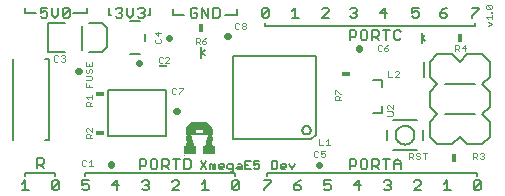
<source format=gto>
G75*
%MOIN*%
%OFA0B0*%
%FSLAX24Y24*%
%IPPOS*%
%LPD*%
%AMOC8*
5,1,8,0,0,1.08239X$1,22.5*
%
%ADD10C,0.0060*%
%ADD11C,0.0075*%
%ADD12C,0.0040*%
%ADD13C,0.0050*%
%ADD14R,0.0300X0.0100*%
%ADD15R,0.0300X0.0180*%
%ADD16C,0.0220*%
%ADD17C,0.0080*%
%ADD18R,0.0180X0.0300*%
%ADD19C,0.0059*%
%ADD20R,0.0337X0.0000*%
%ADD21R,0.0337X0.0000*%
%ADD22R,0.0344X0.0001*%
%ADD23R,0.0348X0.0000*%
%ADD24R,0.0347X0.0000*%
%ADD25R,0.0350X0.0000*%
%ADD26R,0.0350X0.0000*%
%ADD27R,0.0352X0.0001*%
%ADD28R,0.0355X0.0000*%
%ADD29R,0.0354X0.0000*%
%ADD30R,0.0356X0.0001*%
%ADD31R,0.0359X0.0000*%
%ADD32R,0.0360X0.0000*%
%ADD33R,0.0361X0.0001*%
%ADD34R,0.0363X0.0000*%
%ADD35R,0.0362X0.0000*%
%ADD36R,0.0365X0.0001*%
%ADD37R,0.0364X0.0001*%
%ADD38R,0.0365X0.0000*%
%ADD39R,0.0366X0.0000*%
%ADD40R,0.0366X0.0000*%
%ADD41R,0.0367X0.0001*%
%ADD42R,0.0369X0.0000*%
%ADD43R,0.0370X0.0001*%
%ADD44R,0.0369X0.0001*%
%ADD45R,0.0370X0.0000*%
%ADD46R,0.0371X0.0000*%
%ADD47R,0.0371X0.0000*%
%ADD48R,0.0372X0.0001*%
%ADD49R,0.0372X0.0001*%
%ADD50R,0.0373X0.0000*%
%ADD51R,0.0373X0.0000*%
%ADD52R,0.0374X0.0001*%
%ADD53R,0.0374X0.0001*%
%ADD54R,0.0375X0.0000*%
%ADD55R,0.0374X0.0000*%
%ADD56R,0.0375X0.0000*%
%ADD57R,0.0375X0.0000*%
%ADD58R,0.0375X0.0001*%
%ADD59R,0.0376X0.0001*%
%ADD60R,0.0376X0.0000*%
%ADD61R,0.0377X0.0001*%
%ADD62R,0.0376X0.0001*%
%ADD63R,0.0377X0.0000*%
%ADD64R,0.0378X0.0000*%
%ADD65R,0.0378X0.0000*%
%ADD66R,0.0379X0.0001*%
%ADD67R,0.0379X0.0000*%
%ADD68R,0.0379X0.0000*%
%ADD69R,0.0380X0.0001*%
%ADD70R,0.0379X0.0001*%
%ADD71R,0.0380X0.0000*%
%ADD72R,0.0379X0.0000*%
%ADD73R,0.0380X0.0000*%
%ADD74R,0.0380X0.0000*%
%ADD75R,0.0380X0.0001*%
%ADD76R,0.0381X0.0001*%
%ADD77R,0.0381X0.0000*%
%ADD78R,0.0381X0.0001*%
%ADD79R,0.0381X0.0001*%
%ADD80R,0.0381X0.0000*%
%ADD81R,0.0382X0.0001*%
%ADD82R,0.0381X0.0001*%
%ADD83R,0.0382X0.0000*%
%ADD84R,0.0382X0.0000*%
%ADD85R,0.0382X0.0001*%
%ADD86R,0.0382X0.0000*%
%ADD87R,0.0383X0.0000*%
%ADD88R,0.0383X0.0001*%
%ADD89R,0.0383X0.0001*%
%ADD90R,0.0383X0.0000*%
%ADD91R,0.0382X0.0001*%
%ADD92R,0.0379X0.0001*%
%ADD93R,0.0381X0.0000*%
%ADD94R,0.0378X0.0001*%
%ADD95R,0.0377X0.0000*%
%ADD96R,0.0376X0.0000*%
%ADD97R,0.0374X0.0000*%
%ADD98R,0.0377X0.0001*%
%ADD99R,0.0372X0.0000*%
%ADD100R,0.0371X0.0001*%
%ADD101R,0.0376X0.0001*%
%ADD102R,0.0371X0.0000*%
%ADD103R,0.0376X0.0000*%
%ADD104R,0.0370X0.0000*%
%ADD105R,0.0369X0.0001*%
%ADD106R,0.0374X0.0001*%
%ADD107R,0.0368X0.0000*%
%ADD108R,0.0374X0.0000*%
%ADD109R,0.0367X0.0001*%
%ADD110R,0.0373X0.0001*%
%ADD111R,0.0366X0.0000*%
%ADD112R,0.0372X0.0000*%
%ADD113R,0.0365X0.0000*%
%ADD114R,0.0371X0.0000*%
%ADD115R,0.0364X0.0001*%
%ADD116R,0.0371X0.0001*%
%ADD117R,0.0362X0.0000*%
%ADD118R,0.0369X0.0000*%
%ADD119R,0.0360X0.0001*%
%ADD120R,0.0369X0.0001*%
%ADD121R,0.0359X0.0000*%
%ADD122R,0.0367X0.0000*%
%ADD123R,0.0357X0.0000*%
%ADD124R,0.0355X0.0001*%
%ADD125R,0.0365X0.0001*%
%ADD126R,0.0354X0.0000*%
%ADD127R,0.0364X0.0000*%
%ADD128R,0.0351X0.0001*%
%ADD129R,0.0363X0.0001*%
%ADD130R,0.0348X0.0000*%
%ADD131R,0.0361X0.0000*%
%ADD132R,0.0345X0.0000*%
%ADD133R,0.0340X0.0001*%
%ADD134R,0.0359X0.0001*%
%ADD135R,0.0258X0.0000*%
%ADD136R,0.0356X0.0000*%
%ADD137R,0.0257X0.0001*%
%ADD138R,0.0354X0.0001*%
%ADD139R,0.0257X0.0000*%
%ADD140R,0.0352X0.0000*%
%ADD141R,0.0347X0.0001*%
%ADD142R,0.0257X0.0000*%
%ADD143R,0.0344X0.0000*%
%ADD144R,0.0257X0.0001*%
%ADD145R,0.0338X0.0001*%
%ADD146R,0.0239X0.0000*%
%ADD147R,0.0256X0.0000*%
%ADD148R,0.0256X0.0001*%
%ADD149R,0.0239X0.0001*%
%ADD150R,0.0239X0.0001*%
%ADD151R,0.0256X0.0000*%
%ADD152R,0.0239X0.0000*%
%ADD153R,0.0256X0.0001*%
%ADD154R,0.0255X0.0000*%
%ADD155R,0.0238X0.0000*%
%ADD156R,0.0255X0.0001*%
%ADD157R,0.0238X0.0001*%
%ADD158R,0.0255X0.0000*%
%ADD159R,0.0255X0.0001*%
%ADD160R,0.0238X0.0001*%
%ADD161R,0.0238X0.0000*%
%ADD162R,0.0255X0.0000*%
%ADD163R,0.0238X0.0000*%
%ADD164R,0.0255X0.0001*%
%ADD165R,0.0238X0.0001*%
%ADD166R,0.0254X0.0000*%
%ADD167R,0.0254X0.0001*%
%ADD168R,0.0237X0.0000*%
%ADD169R,0.0254X0.0001*%
%ADD170R,0.0237X0.0001*%
%ADD171R,0.0254X0.0000*%
%ADD172R,0.0253X0.0000*%
%ADD173R,0.0236X0.0000*%
%ADD174R,0.0253X0.0001*%
%ADD175R,0.0236X0.0001*%
%ADD176R,0.0253X0.0000*%
%ADD177R,0.0253X0.0001*%
%ADD178R,0.0236X0.0001*%
%ADD179R,0.0236X0.0000*%
%ADD180R,0.0252X0.0001*%
%ADD181R,0.0252X0.0000*%
%ADD182R,0.0235X0.0000*%
%ADD183R,0.0235X0.0001*%
%ADD184R,0.0251X0.0000*%
%ADD185R,0.0251X0.0001*%
%ADD186R,0.0235X0.0001*%
%ADD187R,0.0235X0.0000*%
%ADD188R,0.0251X0.0001*%
%ADD189R,0.0251X0.0000*%
%ADD190R,0.0234X0.0000*%
%ADD191R,0.0250X0.0001*%
%ADD192R,0.0234X0.0001*%
%ADD193R,0.0250X0.0000*%
%ADD194R,0.0250X0.0000*%
%ADD195R,0.0234X0.0000*%
%ADD196R,0.0250X0.0001*%
%ADD197R,0.0234X0.0001*%
%ADD198R,0.0250X0.0001*%
%ADD199R,0.0250X0.0000*%
%ADD200R,0.0233X0.0000*%
%ADD201R,0.0249X0.0001*%
%ADD202R,0.0233X0.0001*%
%ADD203R,0.0249X0.0000*%
%ADD204R,0.0233X0.0001*%
%ADD205R,0.0233X0.0000*%
%ADD206R,0.0249X0.0000*%
%ADD207R,0.0249X0.0001*%
%ADD208R,0.0232X0.0000*%
%ADD209R,0.0248X0.0001*%
%ADD210R,0.0232X0.0001*%
%ADD211R,0.0248X0.0000*%
%ADD212R,0.0248X0.0001*%
%ADD213R,0.0232X0.0001*%
%ADD214R,0.0248X0.0000*%
%ADD215R,0.0232X0.0000*%
%ADD216R,0.0247X0.0000*%
%ADD217R,0.0231X0.0000*%
%ADD218R,0.0247X0.0001*%
%ADD219R,0.0231X0.0001*%
%ADD220R,0.0246X0.0001*%
%ADD221R,0.0246X0.0000*%
%ADD222R,0.0231X0.0000*%
%ADD223R,0.0231X0.0001*%
%ADD224R,0.0246X0.0000*%
%ADD225R,0.0246X0.0001*%
%ADD226R,0.0230X0.0000*%
%ADD227R,0.0245X0.0000*%
%ADD228R,0.0245X0.0001*%
%ADD229R,0.0230X0.0001*%
%ADD230R,0.0245X0.0001*%
%ADD231R,0.0230X0.0001*%
%ADD232R,0.0245X0.0000*%
%ADD233R,0.0230X0.0000*%
%ADD234R,0.0245X0.0000*%
%ADD235R,0.0229X0.0000*%
%ADD236R,0.0245X0.0001*%
%ADD237R,0.0229X0.0001*%
%ADD238R,0.0244X0.0000*%
%ADD239R,0.0244X0.0001*%
%ADD240R,0.0229X0.0001*%
%ADD241R,0.0229X0.0000*%
%ADD242R,0.0244X0.0000*%
%ADD243R,0.0228X0.0000*%
%ADD244R,0.0244X0.0001*%
%ADD245R,0.0228X0.0001*%
%ADD246R,0.0243X0.0000*%
%ADD247R,0.0243X0.0001*%
%ADD248R,0.0243X0.0000*%
%ADD249R,0.0228X0.0000*%
%ADD250R,0.0243X0.0001*%
%ADD251R,0.0228X0.0001*%
%ADD252R,0.0242X0.0000*%
%ADD253R,0.0227X0.0000*%
%ADD254R,0.0242X0.0001*%
%ADD255R,0.0227X0.0001*%
%ADD256R,0.0241X0.0000*%
%ADD257R,0.0241X0.0001*%
%ADD258R,0.0227X0.0001*%
%ADD259R,0.0227X0.0000*%
%ADD260R,0.0241X0.0001*%
%ADD261R,0.0241X0.0000*%
%ADD262R,0.0226X0.0000*%
%ADD263R,0.0226X0.0001*%
%ADD264R,0.0240X0.0000*%
%ADD265R,0.0240X0.0001*%
%ADD266R,0.0226X0.0001*%
%ADD267R,0.0240X0.0000*%
%ADD268R,0.0226X0.0000*%
%ADD269R,0.0240X0.0001*%
%ADD270R,0.0225X0.0000*%
%ADD271R,0.0240X0.0001*%
%ADD272R,0.0225X0.0001*%
%ADD273R,0.0240X0.0000*%
%ADD274R,0.0225X0.0000*%
%ADD275R,0.0225X0.0001*%
%ADD276R,0.0239X0.0001*%
%ADD277R,0.0239X0.0000*%
%ADD278R,0.0224X0.0000*%
%ADD279R,0.0224X0.0001*%
%ADD280R,0.0224X0.0001*%
%ADD281R,0.0224X0.0000*%
%ADD282R,0.0223X0.0000*%
%ADD283R,0.0237X0.0001*%
%ADD284R,0.0223X0.0001*%
%ADD285R,0.0237X0.0000*%
%ADD286R,0.0223X0.0001*%
%ADD287R,0.0223X0.0000*%
%ADD288R,0.0236X0.0000*%
%ADD289R,0.0222X0.0000*%
%ADD290R,0.0236X0.0001*%
%ADD291R,0.0222X0.0001*%
%ADD292R,0.0222X0.0000*%
%ADD293R,0.0222X0.0001*%
%ADD294R,0.0221X0.0000*%
%ADD295R,0.0235X0.0000*%
%ADD296R,0.0235X0.0001*%
%ADD297R,0.0221X0.0001*%
%ADD298R,0.0221X0.0001*%
%ADD299R,0.0221X0.0000*%
%ADD300R,0.0234X0.0000*%
%ADD301R,0.0220X0.0000*%
%ADD302R,0.0234X0.0001*%
%ADD303R,0.0220X0.0001*%
%ADD304R,0.0220X0.0001*%
%ADD305R,0.0220X0.0000*%
%ADD306R,0.0219X0.0000*%
%ADD307R,0.0219X0.0001*%
%ADD308R,0.0232X0.0000*%
%ADD309R,0.0232X0.0001*%
%ADD310R,0.0219X0.0000*%
%ADD311R,0.0219X0.0001*%
%ADD312R,0.0231X0.0000*%
%ADD313R,0.0218X0.0000*%
%ADD314R,0.0231X0.0001*%
%ADD315R,0.0218X0.0001*%
%ADD316R,0.0218X0.0001*%
%ADD317R,0.0218X0.0000*%
%ADD318R,0.0217X0.0000*%
%ADD319R,0.0217X0.0001*%
%ADD320R,0.0230X0.0000*%
%ADD321R,0.0230X0.0001*%
%ADD322R,0.0217X0.0001*%
%ADD323R,0.0217X0.0000*%
%ADD324R,0.0216X0.0000*%
%ADD325R,0.0229X0.0001*%
%ADD326R,0.0216X0.0001*%
%ADD327R,0.0229X0.0000*%
%ADD328R,0.0216X0.0000*%
%ADD329R,0.0216X0.0001*%
%ADD330R,0.0215X0.0000*%
%ADD331R,0.0227X0.0001*%
%ADD332R,0.0215X0.0001*%
%ADD333R,0.0227X0.0000*%
%ADD334R,0.0215X0.0001*%
%ADD335R,0.0215X0.0000*%
%ADD336R,0.0214X0.0000*%
%ADD337R,0.0226X0.0001*%
%ADD338R,0.0214X0.0001*%
%ADD339R,0.0226X0.0000*%
%ADD340R,0.0214X0.0001*%
%ADD341R,0.0214X0.0000*%
%ADD342R,0.0213X0.0000*%
%ADD343R,0.0213X0.0001*%
%ADD344R,0.0225X0.0001*%
%ADD345R,0.0225X0.0000*%
%ADD346R,0.0213X0.0000*%
%ADD347R,0.0213X0.0001*%
%ADD348R,0.0213X0.0000*%
%ADD349R,0.0224X0.0000*%
%ADD350R,0.0224X0.0001*%
%ADD351R,0.0213X0.0001*%
%ADD352R,0.0212X0.0001*%
%ADD353R,0.0212X0.0000*%
%ADD354R,0.0211X0.0000*%
%ADD355R,0.0211X0.0001*%
%ADD356R,0.0222X0.0000*%
%ADD357R,0.0222X0.0001*%
%ADD358R,0.0211X0.0001*%
%ADD359R,0.0211X0.0000*%
%ADD360R,0.0210X0.0000*%
%ADD361R,0.0210X0.0001*%
%ADD362R,0.0221X0.0000*%
%ADD363R,0.0221X0.0001*%
%ADD364R,0.0210X0.0000*%
%ADD365R,0.0210X0.0001*%
%ADD366R,0.0209X0.0000*%
%ADD367R,0.0209X0.0001*%
%ADD368R,0.0220X0.0000*%
%ADD369R,0.0220X0.0001*%
%ADD370R,0.0209X0.0001*%
%ADD371R,0.0209X0.0000*%
%ADD372R,0.0208X0.0000*%
%ADD373R,0.0208X0.0001*%
%ADD374R,0.0219X0.0000*%
%ADD375R,0.0219X0.0001*%
%ADD376R,0.0208X0.0001*%
%ADD377R,0.0208X0.0000*%
%ADD378R,0.0208X0.0000*%
%ADD379R,0.0208X0.0001*%
%ADD380R,0.0217X0.0000*%
%ADD381R,0.0207X0.0000*%
%ADD382R,0.0217X0.0001*%
%ADD383R,0.0207X0.0001*%
%ADD384R,0.0206X0.0000*%
%ADD385R,0.0216X0.0001*%
%ADD386R,0.0206X0.0001*%
%ADD387R,0.0216X0.0000*%
%ADD388R,0.0206X0.0001*%
%ADD389R,0.0206X0.0000*%
%ADD390R,0.0205X0.0000*%
%ADD391R,0.0205X0.0001*%
%ADD392R,0.0215X0.0001*%
%ADD393R,0.0205X0.0001*%
%ADD394R,0.0215X0.0000*%
%ADD395R,0.0205X0.0000*%
%ADD396R,0.0204X0.0000*%
%ADD397R,0.0204X0.0001*%
%ADD398R,0.0214X0.0001*%
%ADD399R,0.0214X0.0000*%
%ADD400R,0.0204X0.0000*%
%ADD401R,0.0204X0.0001*%
%ADD402R,0.0203X0.0000*%
%ADD403R,0.0203X0.0001*%
%ADD404R,0.0212X0.0001*%
%ADD405R,0.0203X0.0001*%
%ADD406R,0.0212X0.0000*%
%ADD407R,0.0203X0.0000*%
%ADD408R,0.0203X0.0000*%
%ADD409R,0.0203X0.0001*%
%ADD410R,0.0211X0.0000*%
%ADD411R,0.0211X0.0001*%
%ADD412R,0.0202X0.0001*%
%ADD413R,0.0202X0.0000*%
%ADD414R,0.0201X0.0000*%
%ADD415R,0.0201X0.0001*%
%ADD416R,0.0210X0.0000*%
%ADD417R,0.0201X0.0000*%
%ADD418R,0.0210X0.0001*%
%ADD419R,0.0201X0.0001*%
%ADD420R,0.0200X0.0000*%
%ADD421R,0.0200X0.0001*%
%ADD422R,0.0209X0.0000*%
%ADD423R,0.0209X0.0001*%
%ADD424R,0.0200X0.0001*%
%ADD425R,0.0200X0.0000*%
%ADD426R,0.0199X0.0000*%
%ADD427R,0.0199X0.0001*%
%ADD428R,0.0199X0.0001*%
%ADD429R,0.0207X0.0000*%
%ADD430R,0.0199X0.0000*%
%ADD431R,0.0207X0.0001*%
%ADD432R,0.0198X0.0000*%
%ADD433R,0.0198X0.0001*%
%ADD434R,0.0206X0.0000*%
%ADD435R,0.0198X0.0000*%
%ADD436R,0.0206X0.0001*%
%ADD437R,0.0198X0.0001*%
%ADD438R,0.0198X0.0000*%
%ADD439R,0.0198X0.0001*%
%ADD440R,0.0197X0.0001*%
%ADD441R,0.0205X0.0000*%
%ADD442R,0.0197X0.0000*%
%ADD443R,0.0205X0.0001*%
%ADD444R,0.0196X0.0000*%
%ADD445R,0.0196X0.0001*%
%ADD446R,0.0204X0.0001*%
%ADD447R,0.0196X0.0001*%
%ADD448R,0.0204X0.0000*%
%ADD449R,0.0196X0.0000*%
%ADD450R,0.0195X0.0000*%
%ADD451R,0.0195X0.0001*%
%ADD452R,0.0195X0.0000*%
%ADD453R,0.0202X0.0001*%
%ADD454R,0.0195X0.0001*%
%ADD455R,0.0202X0.0000*%
%ADD456R,0.0194X0.0000*%
%ADD457R,0.0194X0.0001*%
%ADD458R,0.0201X0.0001*%
%ADD459R,0.0194X0.0001*%
%ADD460R,0.0201X0.0000*%
%ADD461R,0.0194X0.0000*%
%ADD462R,0.0193X0.0000*%
%ADD463R,0.0193X0.0001*%
%ADD464R,0.0193X0.0001*%
%ADD465R,0.0193X0.0000*%
%ADD466R,0.0200X0.0001*%
%ADD467R,0.0200X0.0000*%
%ADD468R,0.0192X0.0000*%
%ADD469R,0.0192X0.0001*%
%ADD470R,0.0199X0.0000*%
%ADD471R,0.0192X0.0000*%
%ADD472R,0.0199X0.0001*%
%ADD473R,0.0192X0.0001*%
%ADD474R,0.0191X0.0000*%
%ADD475R,0.0191X0.0001*%
%ADD476R,0.0191X0.0001*%
%ADD477R,0.0191X0.0000*%
%ADD478R,0.0197X0.0000*%
%ADD479R,0.0197X0.0001*%
%ADD480R,0.0190X0.0000*%
%ADD481R,0.0190X0.0001*%
%ADD482R,0.0190X0.0001*%
%ADD483R,0.0196X0.0000*%
%ADD484R,0.0190X0.0000*%
%ADD485R,0.0196X0.0001*%
%ADD486R,0.0189X0.0000*%
%ADD487R,0.0189X0.0001*%
%ADD488R,0.0189X0.0000*%
%ADD489R,0.0189X0.0001*%
%ADD490R,0.0195X0.0000*%
%ADD491R,0.0195X0.0001*%
%ADD492R,0.0188X0.0000*%
%ADD493R,0.0188X0.0001*%
%ADD494R,0.0188X0.0001*%
%ADD495R,0.0194X0.0000*%
%ADD496R,0.0188X0.0000*%
%ADD497R,0.0194X0.0001*%
%ADD498R,0.0187X0.0000*%
%ADD499R,0.0187X0.0001*%
%ADD500R,0.0187X0.0001*%
%ADD501R,0.0187X0.0000*%
%ADD502R,0.0192X0.0000*%
%ADD503R,0.0186X0.0000*%
%ADD504R,0.0192X0.0001*%
%ADD505R,0.0186X0.0001*%
%ADD506R,0.0186X0.0000*%
%ADD507R,0.0191X0.0001*%
%ADD508R,0.0186X0.0001*%
%ADD509R,0.0191X0.0000*%
%ADD510R,0.0185X0.0000*%
%ADD511R,0.0185X0.0001*%
%ADD512R,0.0185X0.0001*%
%ADD513R,0.0185X0.0000*%
%ADD514R,0.0190X0.0001*%
%ADD515R,0.0190X0.0000*%
%ADD516R,0.0184X0.0000*%
%ADD517R,0.0184X0.0001*%
%ADD518R,0.0184X0.0001*%
%ADD519R,0.0184X0.0000*%
%ADD520R,0.0189X0.0001*%
%ADD521R,0.0189X0.0000*%
%ADD522R,0.0183X0.0000*%
%ADD523R,0.0183X0.0001*%
%ADD524R,0.0183X0.0000*%
%ADD525R,0.0183X0.0001*%
%ADD526R,0.0187X0.0001*%
%ADD527R,0.0187X0.0000*%
%ADD528R,0.0182X0.0000*%
%ADD529R,0.0182X0.0001*%
%ADD530R,0.0182X0.0001*%
%ADD531R,0.0182X0.0000*%
%ADD532R,0.0186X0.0000*%
%ADD533R,0.0186X0.0001*%
%ADD534R,0.0181X0.0000*%
%ADD535R,0.0181X0.0001*%
%ADD536R,0.0181X0.0001*%
%ADD537R,0.0181X0.0000*%
%ADD538R,0.0185X0.0000*%
%ADD539R,0.0180X0.0000*%
%ADD540R,0.0185X0.0001*%
%ADD541R,0.0180X0.0001*%
%ADD542R,0.0180X0.0000*%
%ADD543R,0.0180X0.0001*%
%ADD544R,0.0184X0.0000*%
%ADD545R,0.0184X0.0001*%
%ADD546R,0.0179X0.0000*%
%ADD547R,0.0179X0.0001*%
%ADD548R,0.0179X0.0001*%
%ADD549R,0.0179X0.0000*%
%ADD550R,0.0182X0.0000*%
%ADD551R,0.0178X0.0000*%
%ADD552R,0.0182X0.0001*%
%ADD553R,0.0178X0.0001*%
%ADD554R,0.0178X0.0001*%
%ADD555R,0.0178X0.0000*%
%ADD556R,0.0181X0.0000*%
%ADD557R,0.0177X0.0000*%
%ADD558R,0.0181X0.0001*%
%ADD559R,0.0177X0.0001*%
%ADD560R,0.0177X0.0000*%
%ADD561R,0.0177X0.0001*%
%ADD562R,0.0180X0.0000*%
%ADD563R,0.0176X0.0000*%
%ADD564R,0.0180X0.0001*%
%ADD565R,0.0176X0.0001*%
%ADD566R,0.0176X0.0001*%
%ADD567R,0.0176X0.0000*%
%ADD568R,0.0179X0.0001*%
%ADD569R,0.0179X0.0000*%
%ADD570R,0.0175X0.0000*%
%ADD571R,0.0175X0.0001*%
%ADD572R,0.0175X0.0001*%
%ADD573R,0.0175X0.0000*%
%ADD574R,0.0174X0.0000*%
%ADD575R,0.0177X0.0001*%
%ADD576R,0.0174X0.0001*%
%ADD577R,0.0177X0.0000*%
%ADD578R,0.0174X0.0000*%
%ADD579R,0.0174X0.0001*%
%ADD580R,0.0176X0.0001*%
%ADD581R,0.0176X0.0000*%
%ADD582R,0.0173X0.0000*%
%ADD583R,0.0173X0.0001*%
%ADD584R,0.0173X0.0001*%
%ADD585R,0.0173X0.0000*%
%ADD586R,0.0173X0.0000*%
%ADD587R,0.0175X0.0001*%
%ADD588R,0.0173X0.0001*%
%ADD589R,0.0175X0.0000*%
%ADD590R,0.0172X0.0001*%
%ADD591R,0.0172X0.0000*%
%ADD592R,0.0174X0.0000*%
%ADD593R,0.0171X0.0000*%
%ADD594R,0.0174X0.0001*%
%ADD595R,0.0171X0.0001*%
%ADD596R,0.0171X0.0000*%
%ADD597R,0.0171X0.0001*%
%ADD598R,0.0170X0.0000*%
%ADD599R,0.0172X0.0000*%
%ADD600R,0.0172X0.0001*%
%ADD601R,0.0170X0.0001*%
%ADD602R,0.0170X0.0001*%
%ADD603R,0.0170X0.0000*%
%ADD604R,0.0171X0.0000*%
%ADD605R,0.0169X0.0000*%
%ADD606R,0.0171X0.0001*%
%ADD607R,0.0169X0.0001*%
%ADD608R,0.0169X0.0001*%
%ADD609R,0.0169X0.0000*%
%ADD610R,0.0168X0.0000*%
%ADD611R,0.0168X0.0001*%
%ADD612R,0.0170X0.0000*%
%ADD613R,0.0170X0.0001*%
%ADD614R,0.0168X0.0000*%
%ADD615R,0.0168X0.0001*%
%ADD616R,0.0169X0.0000*%
%ADD617R,0.0168X0.0000*%
%ADD618R,0.0169X0.0001*%
%ADD619R,0.0168X0.0001*%
%ADD620R,0.0167X0.0001*%
%ADD621R,0.0167X0.0000*%
%ADD622R,0.0166X0.0000*%
%ADD623R,0.0166X0.0001*%
%ADD624R,0.0167X0.0000*%
%ADD625R,0.0167X0.0001*%
%ADD626R,0.0166X0.0001*%
%ADD627R,0.0166X0.0000*%
%ADD628R,0.0165X0.0000*%
%ADD629R,0.0166X0.0001*%
%ADD630R,0.0165X0.0001*%
%ADD631R,0.0166X0.0000*%
%ADD632R,0.0165X0.0000*%
%ADD633R,0.0165X0.0001*%
%ADD634R,0.0164X0.0000*%
%ADD635R,0.0165X0.0001*%
%ADD636R,0.0164X0.0001*%
%ADD637R,0.0165X0.0000*%
%ADD638R,0.0164X0.0001*%
%ADD639R,0.0164X0.0000*%
%ADD640R,0.0163X0.0000*%
%ADD641R,0.0164X0.0001*%
%ADD642R,0.0163X0.0001*%
%ADD643R,0.0164X0.0000*%
%ADD644R,0.0163X0.0001*%
%ADD645R,0.0163X0.0000*%
%ADD646R,0.0163X0.0000*%
%ADD647R,0.0163X0.0001*%
%ADD648R,0.0162X0.0001*%
%ADD649R,0.0162X0.0000*%
%ADD650R,0.0162X0.0000*%
%ADD651R,0.0161X0.0001*%
%ADD652R,0.0162X0.0001*%
%ADD653R,0.0161X0.0000*%
%ADD654R,0.0161X0.0000*%
%ADD655R,0.0161X0.0001*%
%ADD656R,0.0160X0.0001*%
%ADD657R,0.0161X0.0001*%
%ADD658R,0.0160X0.0000*%
%ADD659R,0.0161X0.0000*%
%ADD660R,0.0160X0.0000*%
%ADD661R,0.0160X0.0001*%
%ADD662R,0.0160X0.0000*%
%ADD663R,0.0160X0.0001*%
%ADD664R,0.0159X0.0001*%
%ADD665R,0.0159X0.0000*%
%ADD666R,0.0159X0.0000*%
%ADD667R,0.0159X0.0001*%
%ADD668R,0.0159X0.0000*%
%ADD669R,0.0159X0.0001*%
%ADD670R,0.0158X0.0000*%
%ADD671R,0.0158X0.0001*%
%ADD672R,0.0158X0.0000*%
%ADD673R,0.0158X0.0000*%
%ADD674R,0.0158X0.0001*%
%ADD675R,0.0158X0.0001*%
%ADD676R,0.0157X0.0000*%
%ADD677R,0.0157X0.0001*%
%ADD678R,0.0156X0.0000*%
%ADD679R,0.0156X0.0001*%
%ADD680R,0.0156X0.0000*%
%ADD681R,0.0156X0.0001*%
%ADD682R,0.0157X0.0001*%
%ADD683R,0.0155X0.0000*%
%ADD684R,0.0157X0.0000*%
%ADD685R,0.0155X0.0001*%
%ADD686R,0.0155X0.0001*%
%ADD687R,0.0155X0.0000*%
%ADD688R,0.0155X0.0000*%
%ADD689R,0.0156X0.0000*%
%ADD690R,0.0155X0.0001*%
%ADD691R,0.0156X0.0001*%
%ADD692R,0.0154X0.0000*%
%ADD693R,0.0154X0.0001*%
%ADD694R,0.0154X0.0001*%
%ADD695R,0.0154X0.0000*%
%ADD696R,0.0153X0.0000*%
%ADD697R,0.0153X0.0001*%
%ADD698R,0.0154X0.0000*%
%ADD699R,0.0152X0.0001*%
%ADD700R,0.0154X0.0001*%
%ADD701R,0.0152X0.0000*%
%ADD702R,0.0152X0.0001*%
%ADD703R,0.0152X0.0000*%
%ADD704R,0.0151X0.0000*%
%ADD705R,0.0153X0.0000*%
%ADD706R,0.0151X0.0001*%
%ADD707R,0.0153X0.0001*%
%ADD708R,0.0151X0.0001*%
%ADD709R,0.0151X0.0000*%
%ADD710R,0.0150X0.0001*%
%ADD711R,0.0150X0.0000*%
%ADD712R,0.0150X0.0000*%
%ADD713R,0.0150X0.0001*%
%ADD714R,0.0150X0.0001*%
%ADD715R,0.0152X0.0001*%
%ADD716R,0.0150X0.0000*%
%ADD717R,0.0152X0.0000*%
%ADD718R,0.0149X0.0000*%
%ADD719R,0.0149X0.0001*%
%ADD720R,0.0149X0.0000*%
%ADD721R,0.0149X0.0001*%
%ADD722R,0.0151X0.0001*%
%ADD723R,0.0151X0.0000*%
%ADD724R,0.0148X0.0001*%
%ADD725R,0.0148X0.0000*%
%ADD726R,0.0260X0.0000*%
%ADD727R,0.0259X0.0000*%
%ADD728R,0.0260X0.0001*%
%ADD729R,0.0259X0.0001*%
%ADD730R,0.0868X0.0000*%
%ADD731R,0.0868X0.0001*%
%ADD732R,0.0321X0.0000*%
%ADD733R,0.0305X0.0000*%
%ADD734R,0.0321X0.0001*%
%ADD735R,0.0305X0.0001*%
%ADD736R,0.0867X0.0000*%
%ADD737R,0.0867X0.0001*%
%ADD738R,0.0867X0.0000*%
%ADD739R,0.0867X0.0001*%
%ADD740R,0.0866X0.0000*%
%ADD741R,0.0866X0.0000*%
%ADD742R,0.0866X0.0001*%
%ADD743R,0.0866X0.0000*%
%ADD744R,0.0866X0.0001*%
%ADD745R,0.0865X0.0000*%
%ADD746R,0.0865X0.0001*%
%ADD747R,0.0864X0.0001*%
%ADD748R,0.0864X0.0000*%
%ADD749R,0.0864X0.0001*%
%ADD750R,0.0864X0.0000*%
%ADD751R,0.0864X0.0001*%
%ADD752R,0.0864X0.0000*%
%ADD753R,0.0863X0.0001*%
%ADD754R,0.0863X0.0000*%
%ADD755R,0.0862X0.0001*%
%ADD756R,0.0862X0.0000*%
%ADD757R,0.0862X0.0001*%
%ADD758R,0.0862X0.0000*%
%ADD759R,0.0861X0.0001*%
%ADD760R,0.0861X0.0000*%
%ADD761R,0.0861X0.0001*%
%ADD762R,0.0860X0.0001*%
%ADD763R,0.0860X0.0000*%
%ADD764R,0.0859X0.0000*%
%ADD765R,0.0859X0.0001*%
%ADD766R,0.0858X0.0000*%
%ADD767R,0.0858X0.0001*%
%ADD768R,0.0857X0.0001*%
%ADD769R,0.0857X0.0000*%
%ADD770R,0.0856X0.0000*%
%ADD771R,0.0856X0.0001*%
%ADD772R,0.0855X0.0000*%
%ADD773R,0.0855X0.0001*%
%ADD774R,0.0855X0.0000*%
%ADD775R,0.0855X0.0001*%
%ADD776R,0.0854X0.0000*%
%ADD777R,0.0854X0.0001*%
%ADD778R,0.0853X0.0000*%
%ADD779R,0.0853X0.0001*%
%ADD780R,0.0853X0.0000*%
%ADD781R,0.0853X0.0000*%
%ADD782R,0.0852X0.0001*%
%ADD783R,0.0852X0.0000*%
%ADD784R,0.0852X0.0001*%
%ADD785R,0.0851X0.0000*%
%ADD786R,0.0850X0.0001*%
%ADD787R,0.0850X0.0000*%
%ADD788R,0.0850X0.0001*%
%ADD789R,0.0849X0.0000*%
%ADD790R,0.0848X0.0001*%
%ADD791R,0.0848X0.0000*%
%ADD792R,0.0848X0.0001*%
%ADD793R,0.0848X0.0000*%
%ADD794R,0.0847X0.0000*%
%ADD795R,0.0847X0.0001*%
%ADD796R,0.0846X0.0000*%
%ADD797R,0.0846X0.0001*%
%ADD798R,0.0845X0.0000*%
%ADD799R,0.0845X0.0000*%
%ADD800R,0.0845X0.0001*%
%ADD801R,0.0843X0.0000*%
%ADD802R,0.0843X0.0001*%
%ADD803R,0.0841X0.0000*%
%ADD804R,0.0840X0.0000*%
%ADD805R,0.0839X0.0001*%
%ADD806R,0.0838X0.0000*%
%ADD807R,0.0837X0.0001*%
%ADD808R,0.0836X0.0000*%
%ADD809R,0.0835X0.0000*%
%ADD810R,0.0834X0.0001*%
%ADD811R,0.0833X0.0000*%
%ADD812R,0.0832X0.0001*%
%ADD813R,0.0831X0.0000*%
%ADD814R,0.0830X0.0000*%
%ADD815R,0.0829X0.0001*%
%ADD816R,0.0828X0.0000*%
%ADD817R,0.0827X0.0001*%
%ADD818R,0.0826X0.0000*%
%ADD819R,0.0825X0.0000*%
%ADD820R,0.0824X0.0001*%
%ADD821R,0.0823X0.0000*%
%ADD822R,0.0822X0.0001*%
%ADD823R,0.0821X0.0000*%
%ADD824R,0.0820X0.0000*%
%ADD825R,0.0819X0.0001*%
%ADD826R,0.0818X0.0000*%
%ADD827R,0.0817X0.0001*%
%ADD828R,0.0816X0.0000*%
%ADD829R,0.0815X0.0000*%
%ADD830R,0.0814X0.0001*%
%ADD831R,0.0813X0.0000*%
%ADD832R,0.0812X0.0001*%
%ADD833R,0.0811X0.0000*%
%ADD834R,0.0810X0.0000*%
%ADD835R,0.0808X0.0001*%
%ADD836R,0.0808X0.0000*%
%ADD837R,0.0807X0.0001*%
%ADD838R,0.0805X0.0000*%
%ADD839R,0.0805X0.0000*%
%ADD840R,0.0803X0.0001*%
%ADD841R,0.0803X0.0000*%
%ADD842R,0.0802X0.0001*%
%ADD843R,0.0800X0.0000*%
%ADD844R,0.0800X0.0000*%
%ADD845R,0.0798X0.0001*%
%ADD846R,0.0798X0.0000*%
%ADD847R,0.0797X0.0001*%
%ADD848R,0.0795X0.0000*%
%ADD849R,0.0795X0.0000*%
%ADD850R,0.0793X0.0001*%
%ADD851R,0.0793X0.0000*%
%ADD852R,0.0791X0.0001*%
%ADD853R,0.0790X0.0000*%
%ADD854R,0.0789X0.0000*%
%ADD855R,0.0788X0.0001*%
%ADD856R,0.0787X0.0000*%
%ADD857R,0.0786X0.0001*%
%ADD858R,0.0785X0.0000*%
%ADD859R,0.0784X0.0000*%
%ADD860R,0.0783X0.0001*%
%ADD861R,0.0782X0.0000*%
%ADD862R,0.0781X0.0001*%
%ADD863R,0.0780X0.0000*%
%ADD864R,0.0779X0.0000*%
%ADD865R,0.0778X0.0001*%
%ADD866R,0.0777X0.0000*%
%ADD867R,0.0776X0.0001*%
%ADD868R,0.0775X0.0000*%
%ADD869R,0.0774X0.0000*%
%ADD870R,0.0773X0.0001*%
%ADD871R,0.0772X0.0000*%
%ADD872R,0.0771X0.0001*%
%ADD873R,0.0770X0.0000*%
%ADD874R,0.0769X0.0000*%
%ADD875R,0.0768X0.0001*%
%ADD876R,0.0767X0.0000*%
%ADD877R,0.0766X0.0001*%
%ADD878R,0.0765X0.0000*%
%ADD879R,0.0764X0.0000*%
%ADD880R,0.0763X0.0001*%
%ADD881R,0.0762X0.0000*%
%ADD882R,0.0761X0.0001*%
%ADD883R,0.0760X0.0000*%
%ADD884R,0.0758X0.0000*%
%ADD885R,0.0757X0.0001*%
%ADD886R,0.0757X0.0000*%
%ADD887R,0.0755X0.0001*%
%ADD888R,0.0755X0.0000*%
%ADD889R,0.0753X0.0000*%
%ADD890R,0.0752X0.0001*%
%ADD891R,0.0752X0.0000*%
%ADD892R,0.0750X0.0001*%
%ADD893R,0.0750X0.0000*%
%ADD894R,0.0748X0.0000*%
%ADD895R,0.0747X0.0001*%
%ADD896R,0.0747X0.0000*%
%ADD897R,0.0745X0.0001*%
%ADD898R,0.0745X0.0000*%
%ADD899R,0.0743X0.0000*%
%ADD900R,0.0742X0.0001*%
%ADD901R,0.0741X0.0000*%
%ADD902R,0.0740X0.0001*%
%ADD903R,0.0739X0.0000*%
%ADD904R,0.0738X0.0000*%
%ADD905R,0.0737X0.0001*%
%ADD906R,0.0736X0.0000*%
%ADD907R,0.0735X0.0001*%
%ADD908R,0.0734X0.0000*%
%ADD909R,0.0733X0.0000*%
%ADD910R,0.0732X0.0001*%
%ADD911R,0.0731X0.0000*%
%ADD912R,0.0730X0.0001*%
%ADD913R,0.0729X0.0000*%
%ADD914R,0.0728X0.0000*%
%ADD915R,0.0727X0.0001*%
%ADD916R,0.0726X0.0000*%
%ADD917R,0.0725X0.0001*%
%ADD918R,0.0724X0.0000*%
%ADD919R,0.0723X0.0000*%
%ADD920R,0.0722X0.0001*%
%ADD921R,0.0721X0.0000*%
%ADD922R,0.0720X0.0001*%
%ADD923R,0.0719X0.0000*%
%ADD924R,0.0718X0.0000*%
%ADD925R,0.0717X0.0001*%
%ADD926R,0.0716X0.0000*%
%ADD927R,0.0715X0.0001*%
%ADD928R,0.0714X0.0000*%
%ADD929R,0.0713X0.0000*%
%ADD930R,0.0712X0.0001*%
%ADD931R,0.0711X0.0000*%
%ADD932R,0.0710X0.0001*%
%ADD933R,0.0709X0.0000*%
%ADD934R,0.0707X0.0000*%
%ADD935R,0.0707X0.0001*%
%ADD936R,0.0705X0.0000*%
%ADD937R,0.0705X0.0001*%
%ADD938R,0.0703X0.0000*%
%ADD939R,0.0703X0.0000*%
%ADD940R,0.0702X0.0001*%
%ADD941R,0.0700X0.0000*%
%ADD942R,0.0700X0.0001*%
%ADD943R,0.0698X0.0000*%
%ADD944R,0.0698X0.0000*%
%ADD945R,0.0697X0.0001*%
%ADD946R,0.0695X0.0000*%
%ADD947R,0.0695X0.0001*%
%ADD948R,0.0693X0.0000*%
%ADD949R,0.0692X0.0000*%
%ADD950R,0.0691X0.0001*%
%ADD951R,0.0690X0.0000*%
%ADD952R,0.0689X0.0001*%
%ADD953R,0.0688X0.0000*%
%ADD954R,0.0687X0.0000*%
%ADD955R,0.0686X0.0001*%
%ADD956R,0.0685X0.0000*%
%ADD957R,0.0684X0.0001*%
%ADD958R,0.0683X0.0000*%
%ADD959R,0.0682X0.0000*%
%ADD960R,0.0681X0.0001*%
%ADD961R,0.0680X0.0000*%
%ADD962R,0.0679X0.0001*%
%ADD963R,0.0678X0.0000*%
%ADD964R,0.0677X0.0000*%
%ADD965R,0.0676X0.0001*%
%ADD966R,0.0675X0.0000*%
%ADD967R,0.0674X0.0001*%
%ADD968R,0.0673X0.0000*%
%ADD969R,0.0672X0.0000*%
%ADD970R,0.0671X0.0001*%
%ADD971R,0.0670X0.0000*%
%ADD972R,0.0669X0.0001*%
%ADD973R,0.0668X0.0000*%
%ADD974R,0.0667X0.0000*%
%ADD975R,0.0666X0.0001*%
%ADD976R,0.0665X0.0000*%
%ADD977R,0.0664X0.0001*%
%ADD978R,0.0663X0.0000*%
%ADD979R,0.0662X0.0000*%
%ADD980R,0.0661X0.0001*%
%ADD981R,0.0660X0.0000*%
%ADD982R,0.0659X0.0001*%
%ADD983R,0.0658X0.0000*%
%ADD984R,0.0657X0.0000*%
%ADD985R,0.0655X0.0001*%
%ADD986R,0.0655X0.0000*%
%ADD987R,0.0653X0.0001*%
%ADD988R,0.0653X0.0000*%
%ADD989R,0.0652X0.0000*%
%ADD990R,0.0650X0.0001*%
%ADD991R,0.0650X0.0000*%
%ADD992R,0.0648X0.0001*%
%ADD993R,0.0648X0.0000*%
%ADD994R,0.0647X0.0000*%
%ADD995R,0.0645X0.0001*%
%ADD996R,0.0645X0.0000*%
%ADD997R,0.0643X0.0001*%
%ADD998R,0.0642X0.0000*%
%ADD999R,0.0641X0.0000*%
%ADD1000R,0.0640X0.0001*%
%ADD1001R,0.0639X0.0000*%
%ADD1002R,0.0638X0.0001*%
%ADD1003R,0.0637X0.0000*%
%ADD1004R,0.0636X0.0000*%
%ADD1005R,0.0635X0.0001*%
%ADD1006R,0.0634X0.0000*%
%ADD1007R,0.0633X0.0001*%
%ADD1008R,0.0632X0.0000*%
%ADD1009R,0.0631X0.0000*%
%ADD1010R,0.0630X0.0001*%
%ADD1011R,0.0629X0.0000*%
%ADD1012R,0.0628X0.0001*%
%ADD1013R,0.0627X0.0000*%
%ADD1014R,0.0626X0.0000*%
%ADD1015R,0.0625X0.0001*%
%ADD1016R,0.0624X0.0000*%
%ADD1017R,0.0623X0.0001*%
%ADD1018R,0.0622X0.0000*%
%ADD1019R,0.0621X0.0000*%
%ADD1020R,0.0620X0.0001*%
%ADD1021R,0.0619X0.0000*%
%ADD1022R,0.0618X0.0001*%
%ADD1023R,0.0617X0.0000*%
%ADD1024R,0.0616X0.0000*%
%ADD1025R,0.0615X0.0001*%
%ADD1026R,0.0614X0.0000*%
%ADD1027R,0.0613X0.0001*%
%ADD1028R,0.0612X0.0000*%
%ADD1029R,0.0611X0.0000*%
%ADD1030R,0.0610X0.0001*%
%ADD1031R,0.0609X0.0000*%
%ADD1032R,0.0607X0.0001*%
%ADD1033R,0.0607X0.0000*%
%ADD1034R,0.0605X0.0000*%
%ADD1035R,0.0605X0.0001*%
%ADD1036R,0.0603X0.0000*%
%ADD1037R,0.0602X0.0001*%
%ADD1038R,0.0602X0.0000*%
%ADD1039R,0.0600X0.0000*%
%ADD1040R,0.0600X0.0001*%
%ADD1041R,0.0598X0.0000*%
%ADD1042R,0.0597X0.0001*%
%ADD1043R,0.0597X0.0000*%
%ADD1044R,0.0595X0.0000*%
%ADD1045R,0.0595X0.0001*%
%ADD1046R,0.0593X0.0000*%
%ADD1047R,0.0592X0.0001*%
%ADD1048R,0.0591X0.0000*%
%ADD1049R,0.0590X0.0000*%
%ADD1050R,0.0589X0.0001*%
%ADD1051R,0.0588X0.0000*%
%ADD1052R,0.0587X0.0001*%
%ADD1053R,0.0586X0.0000*%
%ADD1054R,0.0585X0.0000*%
%ADD1055R,0.0584X0.0001*%
%ADD1056R,0.0583X0.0000*%
%ADD1057R,0.0582X0.0001*%
%ADD1058R,0.0581X0.0000*%
%ADD1059R,0.0580X0.0000*%
%ADD1060R,0.0579X0.0001*%
%ADD1061R,0.0578X0.0000*%
%ADD1062R,0.0577X0.0001*%
%ADD1063R,0.0576X0.0000*%
%ADD1064R,0.0575X0.0000*%
%ADD1065R,0.0574X0.0001*%
%ADD1066R,0.0573X0.0000*%
%ADD1067R,0.0571X0.0001*%
%ADD1068R,0.0568X0.0000*%
%ADD1069R,0.0565X0.0000*%
%ADD1070R,0.0563X0.0001*%
%ADD1071R,0.0560X0.0000*%
%ADD1072R,0.0557X0.0001*%
%ADD1073R,0.0554X0.0000*%
%ADD1074R,0.0551X0.0000*%
%ADD1075R,0.0548X0.0001*%
%ADD1076R,0.0545X0.0000*%
%ADD1077R,0.0542X0.0001*%
%ADD1078R,0.0537X0.0000*%
%ADD1079R,0.0533X0.0000*%
%ADD1080R,0.0530X0.0001*%
%ADD1081R,0.0526X0.0000*%
%ADD1082R,0.0522X0.0001*%
%ADD1083R,0.0518X0.0000*%
%ADD1084R,0.0513X0.0000*%
%ADD1085R,0.0508X0.0001*%
%ADD1086R,0.0503X0.0000*%
%ADD1087R,0.0496X0.0001*%
%ADD1088R,0.0489X0.0000*%
%ADD1089R,0.0477X0.0000*%
%ADD1090C,0.0000*%
D10*
X003165Y001148D02*
X003391Y001148D01*
X003278Y001148D02*
X003278Y001488D01*
X003165Y001374D01*
X003665Y001898D02*
X003665Y002238D01*
X003835Y002238D01*
X003891Y002181D01*
X003891Y002068D01*
X003835Y002011D01*
X003665Y002011D01*
X003778Y002011D02*
X003891Y001898D01*
X004221Y001488D02*
X004335Y001488D01*
X004391Y001431D01*
X004165Y001204D01*
X004221Y001148D01*
X004335Y001148D01*
X004391Y001204D01*
X004391Y001431D01*
X004221Y001488D02*
X004165Y001431D01*
X004165Y001204D01*
X005165Y001204D02*
X005221Y001148D01*
X005335Y001148D01*
X005391Y001204D01*
X005391Y001318D01*
X005335Y001374D01*
X005278Y001374D01*
X005165Y001318D01*
X005165Y001488D01*
X005391Y001488D01*
X006165Y001318D02*
X006391Y001318D01*
X006335Y001488D02*
X006165Y001318D01*
X006335Y001148D02*
X006335Y001488D01*
X007165Y001431D02*
X007221Y001488D01*
X007335Y001488D01*
X007391Y001431D01*
X007391Y001374D01*
X007335Y001318D01*
X007391Y001261D01*
X007391Y001204D01*
X007335Y001148D01*
X007221Y001148D01*
X007165Y001204D01*
X007278Y001318D02*
X007335Y001318D01*
X008165Y001431D02*
X008221Y001488D01*
X008335Y001488D01*
X008391Y001431D01*
X008391Y001374D01*
X008165Y001148D01*
X008391Y001148D01*
X009165Y001148D02*
X009391Y001148D01*
X009278Y001148D02*
X009278Y001488D01*
X009165Y001374D01*
X008733Y001860D02*
X008563Y001860D01*
X008563Y002200D01*
X008733Y002200D01*
X008790Y002144D01*
X008790Y001917D01*
X008733Y001860D01*
X008308Y001860D02*
X008308Y002200D01*
X008421Y002200D02*
X008194Y002200D01*
X008053Y002144D02*
X008053Y002030D01*
X007996Y001973D01*
X007826Y001973D01*
X007826Y001860D02*
X007826Y002200D01*
X007996Y002200D01*
X008053Y002144D01*
X007685Y002144D02*
X007628Y002200D01*
X007515Y002200D01*
X007458Y002144D01*
X007458Y001917D01*
X007515Y001860D01*
X007628Y001860D01*
X007685Y001917D01*
X007685Y002144D01*
X007940Y001973D02*
X008053Y001860D01*
X007316Y002030D02*
X007316Y002144D01*
X007260Y002200D01*
X007090Y002200D01*
X007090Y001860D01*
X007090Y001973D02*
X007260Y001973D01*
X007316Y002030D01*
X007974Y002960D02*
X006045Y002960D01*
X006045Y004500D01*
X007974Y004500D01*
X007974Y002960D01*
X010192Y002863D02*
X012812Y002863D01*
X012952Y003002D01*
X012952Y005622D01*
X010192Y005622D01*
X010192Y002863D01*
X012511Y003163D02*
X012513Y003186D01*
X012519Y003209D01*
X012528Y003230D01*
X012541Y003250D01*
X012557Y003267D01*
X012575Y003281D01*
X012595Y003292D01*
X012617Y003300D01*
X012640Y003304D01*
X012664Y003304D01*
X012687Y003300D01*
X012709Y003292D01*
X012729Y003281D01*
X012747Y003267D01*
X012763Y003250D01*
X012776Y003230D01*
X012785Y003209D01*
X012791Y003186D01*
X012793Y003163D01*
X012791Y003140D01*
X012785Y003117D01*
X012776Y003096D01*
X012763Y003076D01*
X012747Y003059D01*
X012729Y003045D01*
X012709Y003034D01*
X012687Y003026D01*
X012664Y003022D01*
X012640Y003022D01*
X012617Y003026D01*
X012595Y003034D01*
X012575Y003045D01*
X012557Y003059D01*
X012541Y003076D01*
X012528Y003096D01*
X012519Y003117D01*
X012513Y003140D01*
X012511Y003163D01*
X014090Y002200D02*
X014260Y002200D01*
X014316Y002144D01*
X014316Y002030D01*
X014260Y001973D01*
X014090Y001973D01*
X014090Y001860D02*
X014090Y002200D01*
X014458Y002144D02*
X014458Y001917D01*
X014515Y001860D01*
X014628Y001860D01*
X014685Y001917D01*
X014685Y002144D01*
X014628Y002200D01*
X014515Y002200D01*
X014458Y002144D01*
X014826Y002200D02*
X014996Y002200D01*
X015053Y002144D01*
X015053Y002030D01*
X014996Y001973D01*
X014826Y001973D01*
X014826Y001860D02*
X014826Y002200D01*
X014940Y001973D02*
X015053Y001860D01*
X015308Y001860D02*
X015308Y002200D01*
X015421Y002200D02*
X015194Y002200D01*
X015563Y002087D02*
X015676Y002200D01*
X015790Y002087D01*
X015790Y001860D01*
X015563Y001860D02*
X015563Y002087D01*
X015563Y002030D02*
X015790Y002030D01*
X015397Y001488D02*
X015284Y001488D01*
X015227Y001431D01*
X015340Y001318D02*
X015397Y001318D01*
X015454Y001261D01*
X015454Y001204D01*
X015397Y001148D01*
X015284Y001148D01*
X015227Y001204D01*
X015397Y001318D02*
X015454Y001374D01*
X015454Y001431D01*
X015397Y001488D01*
X016227Y001431D02*
X016284Y001488D01*
X016397Y001488D01*
X016454Y001431D01*
X016454Y001374D01*
X016227Y001148D01*
X016454Y001148D01*
X017227Y001148D02*
X017454Y001148D01*
X017340Y001148D02*
X017340Y001488D01*
X017227Y001374D01*
X018227Y001431D02*
X018227Y001204D01*
X018454Y001431D01*
X018454Y001204D01*
X018397Y001148D01*
X018284Y001148D01*
X018227Y001204D01*
X018227Y001431D02*
X018284Y001488D01*
X018397Y001488D01*
X018454Y001431D01*
X014454Y001318D02*
X014227Y001318D01*
X014397Y001488D01*
X014397Y001148D01*
X013454Y001204D02*
X013397Y001148D01*
X013284Y001148D01*
X013227Y001204D01*
X013227Y001318D02*
X013340Y001374D01*
X013397Y001374D01*
X013454Y001318D01*
X013454Y001204D01*
X013227Y001318D02*
X013227Y001488D01*
X013454Y001488D01*
X012454Y001488D02*
X012340Y001431D01*
X012227Y001318D01*
X012397Y001318D01*
X012454Y001261D01*
X012454Y001204D01*
X012397Y001148D01*
X012284Y001148D01*
X012227Y001204D01*
X012227Y001318D01*
X011454Y001431D02*
X011227Y001204D01*
X011227Y001148D01*
X011227Y001488D02*
X011454Y001488D01*
X011454Y001431D01*
X010391Y001431D02*
X010391Y001204D01*
X010335Y001148D01*
X010221Y001148D01*
X010165Y001204D01*
X010391Y001431D01*
X010335Y001488D01*
X010221Y001488D01*
X010165Y001431D01*
X010165Y001204D01*
X014090Y006160D02*
X014090Y006500D01*
X014260Y006500D01*
X014316Y006444D01*
X014316Y006330D01*
X014260Y006273D01*
X014090Y006273D01*
X014458Y006217D02*
X014458Y006444D01*
X014515Y006500D01*
X014628Y006500D01*
X014685Y006444D01*
X014685Y006217D01*
X014628Y006160D01*
X014515Y006160D01*
X014458Y006217D01*
X014826Y006273D02*
X014996Y006273D01*
X015053Y006330D01*
X015053Y006444D01*
X014996Y006500D01*
X014826Y006500D01*
X014826Y006160D01*
X014940Y006273D02*
X015053Y006160D01*
X015308Y006160D02*
X015308Y006500D01*
X015421Y006500D02*
X015194Y006500D01*
X015563Y006444D02*
X015563Y006217D01*
X015619Y006160D01*
X015733Y006160D01*
X015790Y006217D01*
X015790Y006444D02*
X015733Y006500D01*
X015619Y006500D01*
X015563Y006444D01*
X015272Y006898D02*
X015272Y007238D01*
X015102Y007068D01*
X015329Y007068D01*
X016165Y007068D02*
X016278Y007124D01*
X016335Y007124D01*
X016391Y007068D01*
X016391Y006954D01*
X016335Y006898D01*
X016221Y006898D01*
X016165Y006954D01*
X016165Y007068D02*
X016165Y007238D01*
X016391Y007238D01*
X017102Y007068D02*
X017102Y006954D01*
X017159Y006898D01*
X017272Y006898D01*
X017329Y006954D01*
X017329Y007011D01*
X017272Y007068D01*
X017102Y007068D01*
X017215Y007181D01*
X017329Y007238D01*
X018165Y007238D02*
X018391Y007238D01*
X018391Y007181D01*
X018165Y006954D01*
X018165Y006898D01*
X014329Y006954D02*
X014272Y006898D01*
X014159Y006898D01*
X014102Y006954D01*
X014215Y007068D02*
X014272Y007068D01*
X014329Y007011D01*
X014329Y006954D01*
X014272Y007068D02*
X014329Y007124D01*
X014329Y007181D01*
X014272Y007238D01*
X014159Y007238D01*
X014102Y007181D01*
X013391Y007181D02*
X013335Y007238D01*
X013221Y007238D01*
X013165Y007181D01*
X013391Y007181D02*
X013391Y007124D01*
X013165Y006898D01*
X013391Y006898D01*
X012391Y006898D02*
X012165Y006898D01*
X012278Y006898D02*
X012278Y007238D01*
X012165Y007124D01*
X011391Y007181D02*
X011391Y006954D01*
X011335Y006898D01*
X011221Y006898D01*
X011165Y006954D01*
X011391Y007181D01*
X011335Y007238D01*
X011221Y007238D01*
X011165Y007181D01*
X011165Y006954D01*
X009753Y006954D02*
X009753Y007181D01*
X009696Y007238D01*
X009526Y007238D01*
X009526Y006898D01*
X009696Y006898D01*
X009753Y006954D01*
X009385Y006898D02*
X009385Y007238D01*
X009158Y007238D02*
X009385Y006898D01*
X009158Y006898D02*
X009158Y007238D01*
X009016Y007181D02*
X008960Y007238D01*
X008846Y007238D01*
X008790Y007181D01*
X008790Y006954D01*
X008846Y006898D01*
X008960Y006898D01*
X009016Y006954D01*
X009016Y007068D01*
X008903Y007068D01*
X007253Y007124D02*
X007196Y007068D01*
X007253Y007011D01*
X007253Y006954D01*
X007196Y006898D01*
X007083Y006898D01*
X007026Y006954D01*
X006885Y007011D02*
X006885Y007238D01*
X007026Y007181D02*
X007083Y007238D01*
X007196Y007238D01*
X007253Y007181D01*
X007253Y007124D01*
X007196Y007068D02*
X007140Y007068D01*
X006885Y007011D02*
X006771Y006898D01*
X006658Y007011D01*
X006658Y007238D01*
X006516Y007181D02*
X006516Y007124D01*
X006460Y007068D01*
X006516Y007011D01*
X006516Y006954D01*
X006460Y006898D01*
X006346Y006898D01*
X006290Y006954D01*
X006403Y007068D02*
X006460Y007068D01*
X006516Y007181D02*
X006460Y007238D01*
X006346Y007238D01*
X006290Y007181D01*
X004753Y007181D02*
X004753Y006954D01*
X004696Y006898D01*
X004583Y006898D01*
X004526Y006954D01*
X004753Y007181D01*
X004696Y007238D01*
X004583Y007238D01*
X004526Y007181D01*
X004526Y006954D01*
X004385Y007011D02*
X004385Y007238D01*
X004158Y007238D02*
X004158Y007011D01*
X004271Y006898D01*
X004385Y007011D01*
X004016Y007068D02*
X004016Y006954D01*
X003960Y006898D01*
X003846Y006898D01*
X003790Y006954D01*
X003790Y007068D02*
X003903Y007124D01*
X003960Y007124D01*
X004016Y007068D01*
X003790Y007068D02*
X003790Y007238D01*
X004016Y007238D01*
D11*
X003635Y007055D02*
X003260Y007055D01*
X003260Y007243D01*
X004885Y007055D02*
X005322Y007055D01*
X005322Y007243D01*
X006072Y007243D02*
X006072Y006993D01*
X006135Y006993D01*
X007385Y006993D02*
X007447Y006993D01*
X007447Y007243D01*
X008197Y007180D02*
X008197Y006993D01*
X008572Y006993D01*
X009947Y006993D02*
X010322Y006993D01*
X010322Y007180D01*
X011260Y006743D02*
X011260Y006618D01*
X018260Y006618D01*
X018260Y006743D01*
X018322Y001743D02*
X011322Y001743D01*
X011322Y001618D01*
X010260Y001618D02*
X010260Y001743D01*
X005260Y001743D01*
X005260Y001618D01*
X004260Y001618D02*
X004260Y001743D01*
X003260Y001743D01*
X003260Y001618D01*
X018322Y001743D02*
X018322Y001618D01*
D12*
X018338Y002188D02*
X018271Y002254D01*
X018305Y002254D02*
X018205Y002254D01*
X018205Y002188D02*
X018205Y002388D01*
X018305Y002388D01*
X018338Y002354D01*
X018338Y002288D01*
X018305Y002254D01*
X018426Y002221D02*
X018459Y002188D01*
X018526Y002188D01*
X018559Y002221D01*
X018559Y002254D01*
X018526Y002288D01*
X018492Y002288D01*
X018526Y002288D02*
X018559Y002321D01*
X018559Y002354D01*
X018526Y002388D01*
X018459Y002388D01*
X018426Y002354D01*
X016655Y002400D02*
X016521Y002400D01*
X016588Y002400D02*
X016588Y002200D01*
X016434Y002233D02*
X016401Y002200D01*
X016334Y002200D01*
X016301Y002233D01*
X016334Y002300D02*
X016301Y002333D01*
X016301Y002367D01*
X016334Y002400D01*
X016401Y002400D01*
X016434Y002367D01*
X016401Y002300D02*
X016434Y002267D01*
X016434Y002233D01*
X016401Y002300D02*
X016334Y002300D01*
X016213Y002300D02*
X016213Y002367D01*
X016180Y002400D01*
X016080Y002400D01*
X016080Y002200D01*
X016080Y002267D02*
X016180Y002267D01*
X016213Y002300D01*
X016146Y002267D02*
X016213Y002200D01*
X015504Y003640D02*
X015329Y003640D01*
X015504Y003640D02*
X015540Y003675D01*
X015540Y003745D01*
X015504Y003780D01*
X015329Y003780D01*
X015364Y003870D02*
X015329Y003905D01*
X015329Y003975D01*
X015364Y004010D01*
X015399Y004010D01*
X015540Y003870D01*
X015540Y004010D01*
X015500Y004913D02*
X015367Y004913D01*
X015367Y005113D01*
X015588Y005079D02*
X015621Y005113D01*
X015688Y005113D01*
X015721Y005079D01*
X015721Y005046D01*
X015588Y004913D01*
X015721Y004913D01*
X015346Y005785D02*
X015379Y005818D01*
X015379Y005852D01*
X015346Y005885D01*
X015246Y005885D01*
X015246Y005818D01*
X015279Y005785D01*
X015346Y005785D01*
X015246Y005885D02*
X015313Y005952D01*
X015379Y005985D01*
X015158Y005952D02*
X015125Y005985D01*
X015058Y005985D01*
X015025Y005952D01*
X015025Y005818D01*
X015058Y005785D01*
X015125Y005785D01*
X015158Y005818D01*
X013779Y004368D02*
X013645Y004502D01*
X013612Y004502D01*
X013612Y004368D01*
X013645Y004281D02*
X013712Y004281D01*
X013745Y004248D01*
X013745Y004148D01*
X013745Y004214D02*
X013812Y004281D01*
X013812Y004368D02*
X013779Y004368D01*
X013645Y004281D02*
X013612Y004248D01*
X013612Y004148D01*
X013812Y004148D01*
X013355Y002863D02*
X013355Y002663D01*
X013421Y002663D02*
X013288Y002663D01*
X013200Y002663D02*
X013067Y002663D01*
X013067Y002863D01*
X013288Y002796D02*
X013355Y002863D01*
X013259Y002463D02*
X013126Y002463D01*
X013126Y002363D01*
X013192Y002396D01*
X013226Y002396D01*
X013259Y002363D01*
X013259Y002296D01*
X013226Y002263D01*
X013159Y002263D01*
X013126Y002296D01*
X013038Y002296D02*
X013005Y002263D01*
X012938Y002263D01*
X012905Y002296D01*
X012905Y002429D01*
X012938Y002463D01*
X013005Y002463D01*
X013038Y002429D01*
X008534Y004542D02*
X008401Y004408D01*
X008401Y004375D01*
X008313Y004408D02*
X008280Y004375D01*
X008213Y004375D01*
X008180Y004408D01*
X008180Y004542D01*
X008213Y004575D01*
X008280Y004575D01*
X008313Y004542D01*
X008401Y004575D02*
X008534Y004575D01*
X008534Y004542D01*
X008084Y005400D02*
X007951Y005400D01*
X008084Y005533D01*
X008084Y005567D01*
X008051Y005600D01*
X007984Y005600D01*
X007951Y005567D01*
X007863Y005567D02*
X007830Y005600D01*
X007763Y005600D01*
X007730Y005567D01*
X007730Y005433D01*
X007763Y005400D01*
X007830Y005400D01*
X007863Y005433D01*
X007769Y006075D02*
X007635Y006075D01*
X007602Y006108D01*
X007602Y006175D01*
X007635Y006208D01*
X007702Y006296D02*
X007702Y006429D01*
X007802Y006396D02*
X007602Y006396D01*
X007702Y006296D01*
X007769Y006208D02*
X007802Y006175D01*
X007802Y006108D01*
X007769Y006075D01*
X008963Y006089D02*
X009063Y006089D01*
X009096Y006123D01*
X009096Y006189D01*
X009063Y006223D01*
X008963Y006223D01*
X008963Y006023D01*
X009029Y006089D02*
X009096Y006023D01*
X009184Y006056D02*
X009217Y006023D01*
X009284Y006023D01*
X009317Y006056D01*
X009317Y006089D01*
X009284Y006123D01*
X009184Y006123D01*
X009184Y006056D01*
X009184Y006123D02*
X009250Y006189D01*
X009317Y006223D01*
X010280Y006546D02*
X010313Y006513D01*
X010380Y006513D01*
X010413Y006546D01*
X010501Y006546D02*
X010501Y006579D01*
X010534Y006613D01*
X010601Y006613D01*
X010634Y006579D01*
X010634Y006546D01*
X010601Y006513D01*
X010534Y006513D01*
X010501Y006546D01*
X010534Y006613D02*
X010501Y006646D01*
X010501Y006679D01*
X010534Y006713D01*
X010601Y006713D01*
X010634Y006679D01*
X010634Y006646D01*
X010601Y006613D01*
X010413Y006679D02*
X010380Y006713D01*
X010313Y006713D01*
X010280Y006679D01*
X010280Y006546D01*
X005515Y005431D02*
X005515Y005291D01*
X005304Y005291D01*
X005304Y005431D01*
X005409Y005361D02*
X005409Y005291D01*
X005444Y005201D02*
X005479Y005201D01*
X005515Y005165D01*
X005515Y005095D01*
X005479Y005060D01*
X005409Y005095D02*
X005374Y005060D01*
X005339Y005060D01*
X005304Y005095D01*
X005304Y005165D01*
X005339Y005201D01*
X005409Y005165D02*
X005409Y005095D01*
X005409Y005165D02*
X005444Y005201D01*
X005479Y004970D02*
X005304Y004970D01*
X005479Y004970D02*
X005515Y004935D01*
X005515Y004865D01*
X005479Y004830D01*
X005304Y004830D01*
X005304Y004740D02*
X005304Y004600D01*
X005515Y004600D01*
X005409Y004600D02*
X005409Y004670D01*
X005490Y004324D02*
X005490Y004191D01*
X005490Y004258D02*
X005289Y004258D01*
X005356Y004191D01*
X005323Y004103D02*
X005389Y004103D01*
X005423Y004070D01*
X005423Y003970D01*
X005490Y003970D02*
X005289Y003970D01*
X005289Y004070D01*
X005323Y004103D01*
X005423Y004037D02*
X005490Y004103D01*
X005490Y003237D02*
X005490Y003103D01*
X005356Y003237D01*
X005323Y003237D01*
X005289Y003204D01*
X005289Y003137D01*
X005323Y003103D01*
X005323Y003016D02*
X005389Y003016D01*
X005423Y002983D01*
X005423Y002883D01*
X005423Y002949D02*
X005490Y003016D01*
X005490Y002883D02*
X005289Y002883D01*
X005289Y002983D01*
X005323Y003016D01*
X005278Y002173D02*
X005211Y002173D01*
X005178Y002139D01*
X005178Y002006D01*
X005211Y001973D01*
X005278Y001973D01*
X005311Y002006D01*
X005399Y001973D02*
X005532Y001973D01*
X005465Y001973D02*
X005465Y002173D01*
X005399Y002106D01*
X005311Y002139D02*
X005278Y002173D01*
X004565Y005443D02*
X004495Y005443D01*
X004460Y005478D01*
X004370Y005478D02*
X004335Y005443D01*
X004265Y005443D01*
X004230Y005478D01*
X004230Y005618D01*
X004265Y005653D01*
X004335Y005653D01*
X004370Y005618D01*
X004460Y005618D02*
X004495Y005653D01*
X004565Y005653D01*
X004600Y005618D01*
X004600Y005583D01*
X004565Y005548D01*
X004600Y005513D01*
X004600Y005478D01*
X004565Y005443D01*
X004565Y005548D02*
X004530Y005548D01*
X017605Y005788D02*
X017605Y005988D01*
X017705Y005988D01*
X017738Y005954D01*
X017738Y005888D01*
X017705Y005854D01*
X017605Y005854D01*
X017671Y005854D02*
X017738Y005788D01*
X017826Y005888D02*
X017959Y005888D01*
X017926Y005788D02*
X017926Y005988D01*
X017826Y005888D01*
X018709Y006630D02*
X018842Y006697D01*
X018709Y006763D01*
X018709Y006851D02*
X018642Y006918D01*
X018842Y006918D01*
X018842Y006984D02*
X018842Y006851D01*
X018842Y007072D02*
X018842Y007105D01*
X018809Y007105D01*
X018809Y007072D01*
X018842Y007072D01*
X018809Y007182D02*
X018675Y007182D01*
X018642Y007216D01*
X018642Y007283D01*
X018675Y007316D01*
X018809Y007182D01*
X018842Y007216D01*
X018842Y007283D01*
X018809Y007316D01*
X018675Y007316D01*
D13*
X012261Y002035D02*
X012171Y001855D01*
X012081Y002035D01*
X011967Y001990D02*
X011921Y002035D01*
X011831Y002035D01*
X011786Y001990D01*
X011786Y001900D01*
X011831Y001855D01*
X011921Y001855D01*
X011967Y001945D02*
X011786Y001945D01*
X011672Y001900D02*
X011672Y002080D01*
X011627Y002125D01*
X011492Y002125D01*
X011492Y001855D01*
X011627Y001855D01*
X011672Y001900D01*
X011967Y001945D02*
X011967Y001990D01*
X011083Y001990D02*
X011083Y001900D01*
X011038Y001855D01*
X010947Y001855D01*
X010902Y001900D01*
X010902Y001990D02*
X010993Y002035D01*
X011038Y002035D01*
X011083Y001990D01*
X011083Y002125D02*
X010902Y002125D01*
X010902Y001990D01*
X010788Y001855D02*
X010608Y001855D01*
X010608Y002125D01*
X010788Y002125D01*
X010698Y001990D02*
X010608Y001990D01*
X010493Y001990D02*
X010493Y001855D01*
X010358Y001855D01*
X010313Y001900D01*
X010358Y001945D01*
X010493Y001945D01*
X010493Y001990D02*
X010448Y002035D01*
X010358Y002035D01*
X010199Y002035D02*
X010064Y002035D01*
X010018Y001990D01*
X010018Y001900D01*
X010064Y001855D01*
X010199Y001855D01*
X010199Y001810D02*
X010154Y001765D01*
X010109Y001765D01*
X010199Y001810D02*
X010199Y002035D01*
X009904Y001990D02*
X009904Y001945D01*
X009724Y001945D01*
X009724Y001900D02*
X009724Y001990D01*
X009769Y002035D01*
X009859Y002035D01*
X009904Y001990D01*
X009859Y001855D02*
X009769Y001855D01*
X009724Y001900D01*
X009609Y001855D02*
X009609Y001990D01*
X009564Y002035D01*
X009519Y001990D01*
X009519Y001855D01*
X009429Y001855D02*
X009429Y002035D01*
X009474Y002035D01*
X009519Y001990D01*
X009315Y001855D02*
X009135Y002125D01*
X009315Y002125D02*
X009135Y001855D01*
X005160Y005843D02*
X005160Y006643D01*
D14*
X007860Y005280D03*
D15*
X005760Y004350D03*
X005760Y003050D03*
X013960Y005030D03*
D16*
X014410Y005868D02*
X014410Y005892D01*
X010022Y006305D02*
X009998Y006305D01*
X008084Y006243D02*
X008060Y006243D01*
X007072Y005405D02*
X007072Y005380D01*
X005059Y005143D02*
X005035Y005143D01*
X008298Y003780D02*
X008322Y003780D01*
X006135Y002020D02*
X006135Y001995D01*
X013072Y002005D02*
X013072Y001980D01*
D17*
X015344Y002835D02*
X015344Y003150D01*
X015527Y003504D02*
X016346Y003504D01*
X016760Y003430D02*
X017010Y003680D01*
X016760Y003930D01*
X016760Y004430D01*
X017010Y004680D01*
X016760Y004930D01*
X016760Y005430D01*
X017010Y005680D01*
X017510Y005680D01*
X017760Y005430D01*
X018010Y005680D01*
X018510Y005680D01*
X018760Y005430D01*
X018760Y004930D01*
X018510Y004680D01*
X018760Y004430D01*
X018760Y003930D01*
X018510Y003680D01*
X018760Y003430D01*
X018760Y002930D01*
X018510Y002680D01*
X018010Y002680D01*
X017760Y002930D01*
X017510Y002680D01*
X017010Y002680D01*
X016760Y002930D01*
X016760Y003430D01*
X016525Y003150D02*
X016525Y002835D01*
X016346Y002481D02*
X015527Y002481D01*
X015185Y003729D02*
X014870Y003729D01*
X015185Y003729D02*
X015185Y003965D01*
X015185Y004595D02*
X015185Y004831D01*
X014870Y004831D01*
X016560Y004930D02*
X016560Y005430D01*
X016493Y006049D02*
X016493Y006230D01*
X016615Y006322D01*
X016493Y006411D02*
X016493Y006230D01*
X016499Y006220D02*
X016615Y006144D01*
X017260Y004680D02*
X018260Y004680D01*
X018260Y003680D02*
X017260Y003680D01*
X009252Y005657D02*
X009136Y005733D01*
X009130Y005743D02*
X009252Y005835D01*
X009130Y005924D02*
X009130Y005743D01*
X009130Y005561D01*
X007264Y006137D02*
X007264Y006348D01*
X007114Y006803D02*
X006775Y006803D01*
X005994Y006557D02*
X005836Y006715D01*
X005403Y006715D01*
X005994Y006557D02*
X005994Y005928D01*
X005836Y005770D01*
X005403Y005770D01*
X004616Y005770D02*
X004025Y005770D01*
X004025Y006715D01*
X004616Y006715D01*
X006775Y005683D02*
X007114Y005683D01*
X004069Y005519D02*
X004069Y002841D01*
X003939Y002841D01*
X002876Y002841D02*
X002876Y005519D01*
X003939Y005519D02*
X004069Y005519D01*
D18*
X009135Y006555D03*
X017560Y002230D03*
X017760Y006230D03*
D19*
X015620Y002993D02*
X015622Y003028D01*
X015628Y003063D01*
X015638Y003097D01*
X015651Y003130D01*
X015668Y003161D01*
X015689Y003189D01*
X015712Y003216D01*
X015739Y003239D01*
X015767Y003260D01*
X015798Y003277D01*
X015831Y003290D01*
X015865Y003300D01*
X015900Y003306D01*
X015935Y003308D01*
X015970Y003306D01*
X016005Y003300D01*
X016039Y003290D01*
X016072Y003277D01*
X016103Y003260D01*
X016131Y003239D01*
X016158Y003216D01*
X016181Y003189D01*
X016202Y003161D01*
X016219Y003130D01*
X016232Y003097D01*
X016242Y003063D01*
X016248Y003028D01*
X016250Y002993D01*
X016248Y002958D01*
X016242Y002923D01*
X016232Y002889D01*
X016219Y002856D01*
X016202Y002825D01*
X016181Y002797D01*
X016158Y002770D01*
X016131Y002747D01*
X016103Y002726D01*
X016072Y002709D01*
X016039Y002696D01*
X016005Y002686D01*
X015970Y002680D01*
X015935Y002678D01*
X015900Y002680D01*
X015865Y002686D01*
X015831Y002696D01*
X015798Y002709D01*
X015767Y002726D01*
X015739Y002747D01*
X015712Y002770D01*
X015689Y002797D01*
X015668Y002825D01*
X015651Y002856D01*
X015638Y002889D01*
X015628Y002923D01*
X015622Y002958D01*
X015620Y002993D01*
D20*
X008776Y002355D03*
D21*
X009393Y002355D03*
D22*
X009393Y002355D03*
X008776Y002355D03*
D23*
X008776Y002356D03*
D24*
X009393Y002356D03*
D25*
X008776Y002356D03*
D26*
X009393Y002356D03*
X009393Y002606D03*
D27*
X009393Y002357D03*
X008776Y002357D03*
D28*
X008776Y002358D03*
D29*
X009393Y002358D03*
D30*
X009393Y002358D03*
X008776Y002358D03*
D31*
X008776Y002359D03*
X009393Y002359D03*
D32*
X009393Y002359D03*
X009393Y002604D03*
X008776Y002359D03*
D33*
X008776Y002359D03*
X009393Y002359D03*
D34*
X008776Y002360D03*
D35*
X009393Y002360D03*
D36*
X008776Y002360D03*
D37*
X009393Y002360D03*
D38*
X008776Y002361D03*
D39*
X009393Y002361D03*
D40*
X009393Y002361D03*
X009393Y002601D03*
X008776Y002361D03*
D41*
X008776Y002362D03*
X009393Y002362D03*
D42*
X009393Y002363D03*
X008776Y002363D03*
D43*
X008776Y002363D03*
D44*
X009393Y002363D03*
D45*
X008776Y002364D03*
D46*
X009393Y002364D03*
D47*
X009393Y002364D03*
X008776Y002364D03*
D48*
X008776Y002364D03*
D49*
X009393Y002364D03*
D50*
X008776Y002365D03*
D51*
X009393Y002365D03*
D52*
X008776Y002365D03*
D53*
X008776Y002594D03*
X009393Y002365D03*
D54*
X008776Y002366D03*
X008776Y002594D03*
D55*
X009393Y002366D03*
D56*
X008776Y002366D03*
D57*
X009393Y002366D03*
X009393Y002596D03*
D58*
X008776Y002593D03*
X008776Y002367D03*
D59*
X009393Y002367D03*
D60*
X009393Y002368D03*
X009393Y002595D03*
X008776Y002368D03*
D61*
X008776Y002368D03*
D62*
X008776Y002592D03*
X009393Y002368D03*
D63*
X009393Y002369D03*
X008776Y002369D03*
X008776Y002591D03*
D64*
X008776Y002369D03*
D65*
X009393Y002369D03*
X009393Y002594D03*
D66*
X009393Y002593D03*
X009393Y002369D03*
X008776Y002369D03*
D67*
X008776Y002370D03*
D68*
X008776Y002590D03*
X009393Y002594D03*
X009393Y002370D03*
D69*
X008776Y002370D03*
D70*
X009393Y002370D03*
X009393Y002592D03*
D71*
X008776Y002589D03*
X008776Y002371D03*
D72*
X009393Y002371D03*
X009393Y002593D03*
D73*
X008776Y002588D03*
X008776Y002373D03*
X008776Y002371D03*
D74*
X008776Y002589D03*
X009393Y002591D03*
X009393Y002371D03*
D75*
X008776Y002372D03*
X008776Y002588D03*
D76*
X009393Y002590D03*
X009393Y002372D03*
D77*
X009393Y002373D03*
X009393Y002591D03*
D78*
X008776Y002587D03*
X008776Y002373D03*
D79*
X009393Y002373D03*
D80*
X009393Y002374D03*
X009393Y002374D03*
X009393Y002589D03*
X009393Y002589D03*
X008776Y002586D03*
X008776Y002586D03*
X008776Y002374D03*
X008776Y002374D03*
D81*
X008776Y002374D03*
D82*
X008776Y002585D03*
X009393Y002589D03*
X009393Y002374D03*
D83*
X008776Y002375D03*
X008776Y002585D03*
D84*
X009393Y002375D03*
D85*
X009393Y002375D03*
X009393Y002377D03*
X009393Y002585D03*
X009393Y002587D03*
X008776Y002584D03*
X008776Y002583D03*
X008776Y002377D03*
X008776Y002375D03*
D86*
X008776Y002376D03*
X008776Y002376D03*
X008776Y002583D03*
X008776Y002584D03*
X008776Y002584D03*
X009393Y002586D03*
X009393Y002586D03*
X009393Y002588D03*
X009393Y002378D03*
X009393Y002376D03*
X009393Y002376D03*
D87*
X008776Y002378D03*
X008776Y002379D03*
X008776Y002379D03*
X008776Y002380D03*
X008776Y002381D03*
X008776Y002381D03*
X008776Y002383D03*
X008776Y002384D03*
X008776Y002384D03*
X008776Y002385D03*
X008776Y002386D03*
X008776Y002386D03*
X008776Y002388D03*
X008776Y002389D03*
X008776Y002389D03*
X008776Y002390D03*
X008776Y002391D03*
X008776Y002391D03*
X008776Y002393D03*
X008776Y002394D03*
X008776Y002394D03*
X008776Y002395D03*
X008776Y002396D03*
X008776Y002396D03*
X008776Y002398D03*
X008776Y002399D03*
X008776Y002399D03*
X008776Y002400D03*
X008776Y002401D03*
X008776Y002401D03*
X008776Y002403D03*
X008776Y002404D03*
X008776Y002404D03*
X008776Y002405D03*
X008776Y002406D03*
X008776Y002406D03*
X008776Y002408D03*
X008776Y002409D03*
X008776Y002409D03*
X008776Y002410D03*
X008776Y002411D03*
X008776Y002411D03*
X008776Y002413D03*
X008776Y002414D03*
X008776Y002414D03*
X008776Y002415D03*
X008776Y002416D03*
X008776Y002416D03*
X008776Y002418D03*
X008776Y002419D03*
X008776Y002419D03*
X008776Y002420D03*
X008776Y002421D03*
X008776Y002421D03*
X008776Y002423D03*
X008776Y002424D03*
X008776Y002424D03*
X008776Y002425D03*
X008776Y002426D03*
X008776Y002426D03*
X008776Y002428D03*
X008776Y002429D03*
X008776Y002429D03*
X008776Y002430D03*
X008776Y002431D03*
X008776Y002431D03*
X008776Y002433D03*
X008776Y002434D03*
X008776Y002434D03*
X008776Y002435D03*
X008776Y002436D03*
X008776Y002436D03*
X008776Y002438D03*
X008776Y002439D03*
X008776Y002439D03*
X008776Y002440D03*
X008776Y002441D03*
X008776Y002441D03*
X008776Y002443D03*
X008776Y002444D03*
X008776Y002444D03*
X008776Y002445D03*
X008776Y002446D03*
X008776Y002446D03*
X008776Y002448D03*
X008776Y002449D03*
X008776Y002449D03*
X008776Y002450D03*
X008776Y002451D03*
X008776Y002451D03*
X008776Y002453D03*
X008776Y002454D03*
X008776Y002454D03*
X008776Y002455D03*
X008776Y002456D03*
X008776Y002456D03*
X008776Y002458D03*
X008776Y002459D03*
X008776Y002459D03*
X008776Y002460D03*
X008776Y002461D03*
X008776Y002461D03*
X008776Y002463D03*
X008776Y002464D03*
X008776Y002464D03*
X008776Y002465D03*
X008776Y002466D03*
X008776Y002466D03*
X008776Y002468D03*
X008776Y002469D03*
X008776Y002469D03*
X008776Y002470D03*
X008776Y002471D03*
X008776Y002471D03*
X008776Y002473D03*
X008776Y002474D03*
X008776Y002474D03*
X008776Y002475D03*
X008776Y002476D03*
X008776Y002476D03*
X008776Y002478D03*
X008776Y002479D03*
X008776Y002479D03*
X008776Y002480D03*
X008776Y002481D03*
X008776Y002481D03*
X008776Y002483D03*
X008776Y002484D03*
X008776Y002484D03*
X008776Y002485D03*
X008776Y002486D03*
X008776Y002486D03*
X008776Y002488D03*
X008776Y002489D03*
X008776Y002489D03*
X008776Y002490D03*
X008776Y002491D03*
X008776Y002491D03*
X008776Y002493D03*
X008776Y002494D03*
X008776Y002494D03*
X008776Y002495D03*
X008776Y002496D03*
X008776Y002496D03*
X008776Y002498D03*
X008776Y002499D03*
X008776Y002499D03*
X008776Y002500D03*
X008776Y002501D03*
X008776Y002501D03*
X008776Y002503D03*
X008776Y002504D03*
X008776Y002504D03*
X008776Y002505D03*
X008776Y002506D03*
X008776Y002506D03*
X008776Y002508D03*
X008776Y002509D03*
X008776Y002509D03*
X008776Y002510D03*
X008776Y002511D03*
X008776Y002511D03*
X008776Y002513D03*
X008776Y002514D03*
X008776Y002514D03*
X008776Y002515D03*
X008776Y002516D03*
X008776Y002516D03*
X008776Y002518D03*
X008776Y002519D03*
X008776Y002519D03*
X008776Y002520D03*
X008776Y002521D03*
X008776Y002521D03*
X008776Y002523D03*
X008776Y002524D03*
X008776Y002524D03*
X008776Y002525D03*
X008776Y002526D03*
X008776Y002526D03*
X008776Y002528D03*
X008776Y002529D03*
X008776Y002529D03*
X008776Y002530D03*
X008776Y002531D03*
X008776Y002531D03*
X008776Y002533D03*
X008776Y002534D03*
X008776Y002534D03*
X008776Y002535D03*
X008776Y002536D03*
X008776Y002536D03*
X008776Y002538D03*
X008776Y002539D03*
X008776Y002539D03*
X008776Y002540D03*
X008776Y002541D03*
X008776Y002541D03*
X008776Y002543D03*
X008776Y002544D03*
X008776Y002544D03*
X008776Y002545D03*
X008776Y002546D03*
X008776Y002546D03*
X008776Y002548D03*
X008776Y002549D03*
X008776Y002549D03*
X008776Y002550D03*
X008776Y002551D03*
X008776Y002551D03*
X008776Y002553D03*
X008776Y002554D03*
X008776Y002554D03*
X008776Y002555D03*
X008776Y002556D03*
X008776Y002556D03*
X008776Y002558D03*
X008776Y002559D03*
X008776Y002559D03*
X008776Y002560D03*
X008776Y002561D03*
X008776Y002561D03*
X008776Y002563D03*
X008776Y002564D03*
X008776Y002564D03*
X008776Y002565D03*
X008776Y002566D03*
X008776Y002566D03*
X008776Y002568D03*
X008776Y002569D03*
X008776Y002569D03*
X008776Y002570D03*
X008776Y002571D03*
X008776Y002571D03*
X008776Y002573D03*
X008776Y002574D03*
X008776Y002574D03*
X008776Y002575D03*
X008776Y002576D03*
X008776Y002576D03*
X008776Y002578D03*
X008776Y002579D03*
X008776Y002579D03*
X008776Y002580D03*
X008776Y002581D03*
X008776Y002581D03*
D88*
X008776Y002580D03*
X008776Y002579D03*
X008776Y002578D03*
X008776Y002577D03*
X008776Y002575D03*
X008776Y002574D03*
X008776Y002573D03*
X008776Y002572D03*
X008776Y002570D03*
X008776Y002569D03*
X008776Y002568D03*
X008776Y002567D03*
X008776Y002565D03*
X008776Y002564D03*
X008776Y002563D03*
X008776Y002562D03*
X008776Y002560D03*
X008776Y002559D03*
X008776Y002558D03*
X008776Y002557D03*
X008776Y002555D03*
X008776Y002554D03*
X008776Y002553D03*
X008776Y002552D03*
X008776Y002550D03*
X008776Y002549D03*
X008776Y002548D03*
X008776Y002547D03*
X008776Y002545D03*
X008776Y002544D03*
X008776Y002543D03*
X008776Y002542D03*
X008776Y002540D03*
X008776Y002539D03*
X008776Y002538D03*
X008776Y002537D03*
X008776Y002535D03*
X008776Y002534D03*
X008776Y002533D03*
X008776Y002532D03*
X008776Y002530D03*
X008776Y002529D03*
X008776Y002528D03*
X008776Y002527D03*
X008776Y002525D03*
X008776Y002524D03*
X008776Y002523D03*
X008776Y002522D03*
X008776Y002520D03*
X008776Y002519D03*
X008776Y002518D03*
X008776Y002517D03*
X008776Y002515D03*
X008776Y002514D03*
X008776Y002513D03*
X008776Y002512D03*
X008776Y002510D03*
X008776Y002509D03*
X008776Y002508D03*
X008776Y002507D03*
X008776Y002505D03*
X008776Y002504D03*
X008776Y002503D03*
X008776Y002502D03*
X008776Y002500D03*
X008776Y002499D03*
X008776Y002498D03*
X008776Y002497D03*
X008776Y002495D03*
X008776Y002494D03*
X008776Y002493D03*
X008776Y002492D03*
X008776Y002490D03*
X008776Y002489D03*
X008776Y002488D03*
X008776Y002487D03*
X008776Y002485D03*
X008776Y002484D03*
X008776Y002483D03*
X008776Y002482D03*
X008776Y002480D03*
X008776Y002479D03*
X008776Y002478D03*
X008776Y002477D03*
X008776Y002475D03*
X008776Y002474D03*
X008776Y002473D03*
X008776Y002472D03*
X008776Y002470D03*
X008776Y002469D03*
X008776Y002468D03*
X008776Y002467D03*
X008776Y002465D03*
X008776Y002464D03*
X008776Y002463D03*
X008776Y002462D03*
X008776Y002460D03*
X008776Y002459D03*
X008776Y002458D03*
X008776Y002457D03*
X008776Y002455D03*
X008776Y002454D03*
X008776Y002453D03*
X008776Y002452D03*
X008776Y002450D03*
X008776Y002449D03*
X008776Y002448D03*
X008776Y002447D03*
X008776Y002445D03*
X008776Y002444D03*
X008776Y002443D03*
X008776Y002442D03*
X008776Y002440D03*
X008776Y002439D03*
X008776Y002438D03*
X008776Y002437D03*
X008776Y002435D03*
X008776Y002434D03*
X008776Y002433D03*
X008776Y002432D03*
X008776Y002430D03*
X008776Y002429D03*
X008776Y002428D03*
X008776Y002427D03*
X008776Y002425D03*
X008776Y002424D03*
X008776Y002423D03*
X008776Y002422D03*
X008776Y002420D03*
X008776Y002419D03*
X008776Y002418D03*
X008776Y002417D03*
X008776Y002415D03*
X008776Y002414D03*
X008776Y002413D03*
X008776Y002412D03*
X008776Y002410D03*
X008776Y002409D03*
X008776Y002408D03*
X008776Y002407D03*
X008776Y002405D03*
X008776Y002404D03*
X008776Y002403D03*
X008776Y002402D03*
X008776Y002400D03*
X008776Y002399D03*
X008776Y002398D03*
X008776Y002397D03*
X008776Y002395D03*
X008776Y002394D03*
X008776Y002393D03*
X008776Y002392D03*
X008776Y002390D03*
X008776Y002389D03*
X008776Y002388D03*
X008776Y002387D03*
X008776Y002385D03*
X008776Y002384D03*
X008776Y002383D03*
X008776Y002382D03*
X008776Y002380D03*
X008776Y002379D03*
X008776Y002378D03*
X008776Y002582D03*
D89*
X009393Y002583D03*
X009393Y002582D03*
X009393Y002580D03*
X009393Y002579D03*
X009393Y002578D03*
X009393Y002577D03*
X009393Y002575D03*
X009393Y002574D03*
X009393Y002573D03*
X009393Y002572D03*
X009393Y002570D03*
X009393Y002569D03*
X009393Y002568D03*
X009393Y002567D03*
X009393Y002565D03*
X009393Y002564D03*
X009393Y002563D03*
X009393Y002562D03*
X009393Y002560D03*
X009393Y002559D03*
X009393Y002558D03*
X009393Y002557D03*
X009393Y002555D03*
X009393Y002554D03*
X009393Y002553D03*
X009393Y002552D03*
X009393Y002550D03*
X009393Y002549D03*
X009393Y002548D03*
X009393Y002547D03*
X009393Y002545D03*
X009393Y002544D03*
X009393Y002543D03*
X009393Y002542D03*
X009393Y002540D03*
X009393Y002539D03*
X009393Y002538D03*
X009393Y002537D03*
X009393Y002535D03*
X009393Y002534D03*
X009393Y002533D03*
X009393Y002532D03*
X009393Y002530D03*
X009393Y002529D03*
X009393Y002528D03*
X009393Y002527D03*
X009393Y002525D03*
X009393Y002524D03*
X009393Y002523D03*
X009393Y002522D03*
X009393Y002520D03*
X009393Y002519D03*
X009393Y002518D03*
X009393Y002517D03*
X009393Y002515D03*
X009393Y002514D03*
X009393Y002513D03*
X009393Y002512D03*
X009393Y002510D03*
X009393Y002509D03*
X009393Y002508D03*
X009393Y002507D03*
X009393Y002505D03*
X009393Y002504D03*
X009393Y002503D03*
X009393Y002502D03*
X009393Y002500D03*
X009393Y002499D03*
X009393Y002498D03*
X009393Y002497D03*
X009393Y002495D03*
X009393Y002494D03*
X009393Y002493D03*
X009393Y002492D03*
X009393Y002490D03*
X009393Y002489D03*
X009393Y002488D03*
X009393Y002487D03*
X009393Y002485D03*
X009393Y002484D03*
X009393Y002483D03*
X009393Y002482D03*
X009393Y002480D03*
X009393Y002479D03*
X009393Y002478D03*
X009393Y002477D03*
X009393Y002475D03*
X009393Y002474D03*
X009393Y002473D03*
X009393Y002472D03*
X009393Y002470D03*
X009393Y002469D03*
X009393Y002468D03*
X009393Y002467D03*
X009393Y002465D03*
X009393Y002464D03*
X009393Y002463D03*
X009393Y002462D03*
X009393Y002460D03*
X009393Y002459D03*
X009393Y002458D03*
X009393Y002457D03*
X009393Y002455D03*
X009393Y002454D03*
X009393Y002453D03*
X009393Y002452D03*
X009393Y002450D03*
X009393Y002449D03*
X009393Y002448D03*
X009393Y002447D03*
X009393Y002445D03*
X009393Y002444D03*
X009393Y002443D03*
X009393Y002442D03*
X009393Y002440D03*
X009393Y002439D03*
X009393Y002438D03*
X009393Y002437D03*
X009393Y002435D03*
X009393Y002434D03*
X009393Y002433D03*
X009393Y002432D03*
X009393Y002430D03*
X009393Y002429D03*
X009393Y002428D03*
X009393Y002427D03*
X009393Y002425D03*
X009393Y002424D03*
X009393Y002423D03*
X009393Y002422D03*
X009393Y002420D03*
X009393Y002419D03*
X009393Y002418D03*
X009393Y002417D03*
X009393Y002415D03*
X009393Y002414D03*
X009393Y002413D03*
X009393Y002412D03*
X009393Y002410D03*
X009393Y002409D03*
X009393Y002408D03*
X009393Y002407D03*
X009393Y002405D03*
X009393Y002404D03*
X009393Y002403D03*
X009393Y002402D03*
X009393Y002400D03*
X009393Y002399D03*
X009393Y002398D03*
X009393Y002397D03*
X009393Y002395D03*
X009393Y002394D03*
X009393Y002393D03*
X009393Y002392D03*
X009393Y002390D03*
X009393Y002389D03*
X009393Y002388D03*
X009393Y002387D03*
X009393Y002385D03*
X009393Y002384D03*
X009393Y002383D03*
X009393Y002382D03*
X009393Y002380D03*
X009393Y002379D03*
X009393Y002378D03*
X009393Y002584D03*
D90*
X009393Y002584D03*
X009393Y002584D03*
X009393Y002585D03*
X009393Y002583D03*
X009393Y002581D03*
X009393Y002581D03*
X009393Y002580D03*
X009393Y002579D03*
X009393Y002579D03*
X009393Y002578D03*
X009393Y002576D03*
X009393Y002576D03*
X009393Y002575D03*
X009393Y002574D03*
X009393Y002574D03*
X009393Y002573D03*
X009393Y002571D03*
X009393Y002571D03*
X009393Y002570D03*
X009393Y002569D03*
X009393Y002569D03*
X009393Y002568D03*
X009393Y002566D03*
X009393Y002566D03*
X009393Y002565D03*
X009393Y002564D03*
X009393Y002564D03*
X009393Y002563D03*
X009393Y002561D03*
X009393Y002561D03*
X009393Y002560D03*
X009393Y002559D03*
X009393Y002559D03*
X009393Y002558D03*
X009393Y002556D03*
X009393Y002556D03*
X009393Y002555D03*
X009393Y002554D03*
X009393Y002554D03*
X009393Y002553D03*
X009393Y002551D03*
X009393Y002551D03*
X009393Y002550D03*
X009393Y002549D03*
X009393Y002549D03*
X009393Y002548D03*
X009393Y002546D03*
X009393Y002546D03*
X009393Y002545D03*
X009393Y002544D03*
X009393Y002544D03*
X009393Y002543D03*
X009393Y002541D03*
X009393Y002541D03*
X009393Y002540D03*
X009393Y002539D03*
X009393Y002539D03*
X009393Y002538D03*
X009393Y002536D03*
X009393Y002536D03*
X009393Y002535D03*
X009393Y002534D03*
X009393Y002534D03*
X009393Y002533D03*
X009393Y002531D03*
X009393Y002531D03*
X009393Y002530D03*
X009393Y002529D03*
X009393Y002529D03*
X009393Y002528D03*
X009393Y002526D03*
X009393Y002526D03*
X009393Y002525D03*
X009393Y002524D03*
X009393Y002524D03*
X009393Y002523D03*
X009393Y002521D03*
X009393Y002521D03*
X009393Y002520D03*
X009393Y002519D03*
X009393Y002519D03*
X009393Y002518D03*
X009393Y002516D03*
X009393Y002516D03*
X009393Y002515D03*
X009393Y002514D03*
X009393Y002514D03*
X009393Y002513D03*
X009393Y002511D03*
X009393Y002511D03*
X009393Y002510D03*
X009393Y002509D03*
X009393Y002509D03*
X009393Y002508D03*
X009393Y002506D03*
X009393Y002506D03*
X009393Y002505D03*
X009393Y002504D03*
X009393Y002504D03*
X009393Y002503D03*
X009393Y002501D03*
X009393Y002501D03*
X009393Y002500D03*
X009393Y002499D03*
X009393Y002499D03*
X009393Y002498D03*
X009393Y002496D03*
X009393Y002496D03*
X009393Y002495D03*
X009393Y002494D03*
X009393Y002494D03*
X009393Y002493D03*
X009393Y002491D03*
X009393Y002491D03*
X009393Y002490D03*
X009393Y002489D03*
X009393Y002489D03*
X009393Y002488D03*
X009393Y002486D03*
X009393Y002486D03*
X009393Y002485D03*
X009393Y002484D03*
X009393Y002484D03*
X009393Y002483D03*
X009393Y002481D03*
X009393Y002481D03*
X009393Y002480D03*
X009393Y002479D03*
X009393Y002479D03*
X009393Y002478D03*
X009393Y002476D03*
X009393Y002476D03*
X009393Y002475D03*
X009393Y002474D03*
X009393Y002474D03*
X009393Y002473D03*
X009393Y002471D03*
X009393Y002471D03*
X009393Y002470D03*
X009393Y002469D03*
X009393Y002469D03*
X009393Y002468D03*
X009393Y002466D03*
X009393Y002466D03*
X009393Y002465D03*
X009393Y002464D03*
X009393Y002464D03*
X009393Y002463D03*
X009393Y002461D03*
X009393Y002461D03*
X009393Y002460D03*
X009393Y002459D03*
X009393Y002459D03*
X009393Y002458D03*
X009393Y002456D03*
X009393Y002456D03*
X009393Y002455D03*
X009393Y002454D03*
X009393Y002454D03*
X009393Y002453D03*
X009393Y002451D03*
X009393Y002451D03*
X009393Y002450D03*
X009393Y002449D03*
X009393Y002449D03*
X009393Y002448D03*
X009393Y002446D03*
X009393Y002446D03*
X009393Y002445D03*
X009393Y002444D03*
X009393Y002444D03*
X009393Y002443D03*
X009393Y002441D03*
X009393Y002441D03*
X009393Y002440D03*
X009393Y002439D03*
X009393Y002439D03*
X009393Y002438D03*
X009393Y002436D03*
X009393Y002436D03*
X009393Y002435D03*
X009393Y002434D03*
X009393Y002434D03*
X009393Y002433D03*
X009393Y002431D03*
X009393Y002431D03*
X009393Y002430D03*
X009393Y002429D03*
X009393Y002429D03*
X009393Y002428D03*
X009393Y002426D03*
X009393Y002426D03*
X009393Y002425D03*
X009393Y002424D03*
X009393Y002424D03*
X009393Y002423D03*
X009393Y002421D03*
X009393Y002421D03*
X009393Y002420D03*
X009393Y002419D03*
X009393Y002419D03*
X009393Y002418D03*
X009393Y002416D03*
X009393Y002416D03*
X009393Y002415D03*
X009393Y002414D03*
X009393Y002414D03*
X009393Y002413D03*
X009393Y002411D03*
X009393Y002411D03*
X009393Y002410D03*
X009393Y002409D03*
X009393Y002409D03*
X009393Y002408D03*
X009393Y002406D03*
X009393Y002406D03*
X009393Y002405D03*
X009393Y002404D03*
X009393Y002404D03*
X009393Y002403D03*
X009393Y002401D03*
X009393Y002401D03*
X009393Y002400D03*
X009393Y002399D03*
X009393Y002399D03*
X009393Y002398D03*
X009393Y002396D03*
X009393Y002396D03*
X009393Y002395D03*
X009393Y002394D03*
X009393Y002394D03*
X009393Y002393D03*
X009393Y002391D03*
X009393Y002391D03*
X009393Y002390D03*
X009393Y002389D03*
X009393Y002389D03*
X009393Y002388D03*
X009393Y002386D03*
X009393Y002386D03*
X009393Y002385D03*
X009393Y002384D03*
X009393Y002384D03*
X009393Y002383D03*
X009393Y002381D03*
X009393Y002381D03*
X009393Y002380D03*
X009393Y002379D03*
X009393Y002379D03*
D91*
X009393Y002588D03*
D92*
X008776Y002589D03*
D93*
X009393Y002590D03*
D94*
X008776Y002590D03*
D95*
X008776Y002591D03*
D96*
X008776Y002593D03*
D97*
X008776Y002594D03*
D98*
X009393Y002594D03*
D99*
X008776Y002595D03*
D100*
X008776Y002595D03*
D101*
X009393Y002595D03*
D102*
X008776Y002596D03*
D103*
X009393Y002596D03*
D104*
X008776Y002596D03*
D105*
X008776Y002597D03*
D106*
X009393Y002597D03*
D107*
X008776Y002598D03*
D108*
X009393Y002598D03*
D109*
X008776Y002598D03*
D110*
X009393Y002598D03*
D111*
X008776Y002599D03*
D112*
X009393Y002599D03*
D113*
X008776Y002599D03*
D114*
X009393Y002599D03*
D115*
X008776Y002599D03*
D116*
X009393Y002599D03*
D117*
X008776Y002600D03*
D118*
X009393Y002600D03*
D119*
X008776Y002600D03*
D120*
X009393Y002600D03*
D121*
X008776Y002601D03*
D122*
X009393Y002601D03*
D123*
X008776Y002601D03*
D124*
X008776Y002602D03*
D125*
X009393Y002602D03*
D126*
X008776Y002603D03*
D127*
X009393Y002603D03*
D128*
X008776Y002603D03*
D129*
X009393Y002603D03*
D130*
X008776Y002604D03*
D131*
X009393Y002604D03*
D132*
X008776Y002604D03*
D133*
X008776Y002604D03*
D134*
X009393Y002604D03*
D135*
X008777Y002605D03*
D136*
X009393Y002605D03*
D137*
X008777Y002605D03*
X008777Y002607D03*
D138*
X009393Y002605D03*
D139*
X008777Y002606D03*
X008777Y002606D03*
D140*
X009393Y002606D03*
D141*
X009393Y002607D03*
D142*
X008777Y002608D03*
X008777Y002609D03*
D143*
X009393Y002608D03*
D144*
X008777Y002608D03*
D145*
X009393Y002608D03*
D146*
X009397Y002609D03*
X009397Y002609D03*
X009397Y002610D03*
D147*
X008777Y002610D03*
X008777Y002609D03*
D148*
X008777Y002609D03*
X008777Y002610D03*
D149*
X009397Y002609D03*
D150*
X009397Y002610D03*
X009397Y002612D03*
X008768Y002669D03*
D151*
X008776Y002611D03*
X008776Y002611D03*
D152*
X008768Y002669D03*
X008768Y002669D03*
X008768Y002670D03*
X009397Y002611D03*
X009397Y002611D03*
D153*
X008776Y002612D03*
D154*
X008776Y002613D03*
X008776Y002614D03*
D155*
X009397Y002614D03*
X009397Y002614D03*
X009397Y002613D03*
D156*
X008776Y002613D03*
D157*
X009397Y002613D03*
D158*
X008776Y002614D03*
X008776Y002615D03*
D159*
X008776Y002615D03*
X008776Y002614D03*
D160*
X008767Y002672D03*
X008767Y002673D03*
X009397Y002615D03*
X009397Y002614D03*
D161*
X009397Y002615D03*
X009397Y002616D03*
X008767Y002673D03*
D162*
X008776Y002616D03*
X008776Y002616D03*
D163*
X008767Y002674D03*
X008767Y002674D03*
X008767Y002675D03*
X009398Y002619D03*
X009398Y002618D03*
X009398Y002616D03*
D164*
X008776Y002617D03*
D165*
X008767Y002674D03*
X009398Y002618D03*
X009398Y002617D03*
D166*
X008775Y002618D03*
X008775Y002619D03*
X008775Y002619D03*
D167*
X008775Y002618D03*
D168*
X009398Y002619D03*
X009398Y002620D03*
D169*
X008775Y002620D03*
X008775Y002619D03*
D170*
X009398Y002619D03*
X009398Y002620D03*
D171*
X008775Y002620D03*
D172*
X008775Y002621D03*
X008775Y002621D03*
D173*
X008767Y002678D03*
X008767Y002679D03*
X009398Y002623D03*
X009398Y002621D03*
X009398Y002621D03*
D174*
X008775Y002622D03*
D175*
X008767Y002677D03*
X008767Y002678D03*
X009398Y002622D03*
D176*
X008775Y002623D03*
X008775Y002624D03*
X008775Y002624D03*
D177*
X008775Y002623D03*
D178*
X009398Y002623D03*
X009398Y002624D03*
D179*
X009398Y002624D03*
X009398Y002624D03*
D180*
X008774Y002624D03*
X008774Y002625D03*
D181*
X008774Y002625D03*
D182*
X008766Y002681D03*
X008766Y002681D03*
X009399Y002626D03*
X009399Y002626D03*
X009399Y002625D03*
D183*
X009399Y002625D03*
X008766Y002680D03*
D184*
X008774Y002628D03*
X008774Y002626D03*
X008774Y002626D03*
D185*
X008774Y002627D03*
D186*
X008766Y002682D03*
X008766Y002683D03*
X009399Y002628D03*
X009399Y002627D03*
D187*
X009399Y002628D03*
X009399Y002629D03*
X008766Y002683D03*
X008766Y002684D03*
D188*
X008774Y002628D03*
D189*
X008774Y002629D03*
X008774Y002629D03*
D190*
X009399Y002630D03*
X009399Y002631D03*
X009399Y002629D03*
D191*
X008774Y002629D03*
X008774Y002630D03*
D192*
X009399Y002630D03*
X009399Y002629D03*
D193*
X008774Y002630D03*
D194*
X008773Y002631D03*
X008773Y002631D03*
X008773Y002633D03*
D195*
X008765Y002686D03*
X008765Y002686D03*
X009399Y002633D03*
X009399Y002631D03*
D196*
X008773Y002632D03*
D197*
X008765Y002685D03*
X008765Y002687D03*
X009399Y002633D03*
X009399Y002632D03*
D198*
X008773Y002633D03*
D199*
X008773Y002634D03*
X008773Y002634D03*
D200*
X009400Y002635D03*
X009400Y002634D03*
X009400Y002634D03*
D201*
X008773Y002634D03*
X008773Y002635D03*
D202*
X009400Y002634D03*
D203*
X008773Y002635D03*
X008773Y002636D03*
D204*
X008765Y002689D03*
X009400Y002637D03*
X009400Y002635D03*
D205*
X009400Y002636D03*
X009400Y002636D03*
X008765Y002689D03*
X008765Y002690D03*
D206*
X008773Y002638D03*
X008773Y002636D03*
D207*
X008773Y002637D03*
D208*
X008765Y002691D03*
X008765Y002691D03*
X009400Y002639D03*
X009400Y002639D03*
X009400Y002638D03*
D209*
X008772Y002638D03*
D210*
X008765Y002690D03*
X008765Y002692D03*
X009400Y002638D03*
D211*
X008772Y002639D03*
X008772Y002639D03*
D212*
X008772Y002639D03*
X008772Y002640D03*
D213*
X009400Y002640D03*
X009400Y002639D03*
D214*
X008772Y002640D03*
X008772Y002641D03*
D215*
X009400Y002641D03*
X009400Y002640D03*
D216*
X008772Y002641D03*
X008772Y002643D03*
D217*
X008764Y002694D03*
X008764Y002695D03*
X009401Y002644D03*
X009401Y002643D03*
X009401Y002641D03*
D218*
X008772Y002642D03*
D219*
X008764Y002694D03*
X008764Y002695D03*
X009401Y002643D03*
X009401Y002642D03*
D220*
X008772Y002643D03*
X008772Y002644D03*
D221*
X008772Y002644D03*
X008772Y002644D03*
D222*
X009401Y002645D03*
X009401Y002644D03*
D223*
X009401Y002644D03*
X009401Y002645D03*
D224*
X008771Y002646D03*
X008771Y002645D03*
D225*
X008771Y002645D03*
D226*
X008764Y002698D03*
X008764Y002699D03*
X009401Y002648D03*
X009401Y002646D03*
X009401Y002646D03*
D227*
X008771Y002646D03*
X008771Y002648D03*
D228*
X008771Y002647D03*
D229*
X008764Y002698D03*
X009401Y002647D03*
D230*
X008771Y002648D03*
X008771Y002649D03*
D231*
X008763Y002699D03*
X008763Y002700D03*
X009401Y002649D03*
X009401Y002648D03*
D232*
X008771Y002649D03*
X008771Y002649D03*
D233*
X008763Y002699D03*
X008763Y002700D03*
X009401Y002649D03*
X009401Y002649D03*
D234*
X008771Y002650D03*
X008771Y002651D03*
D235*
X009402Y002651D03*
X009402Y002651D03*
X009402Y002650D03*
D236*
X008771Y002650D03*
D237*
X009402Y002650D03*
D238*
X008770Y002651D03*
X008770Y002653D03*
D239*
X008770Y002653D03*
X008770Y002652D03*
D240*
X008763Y002703D03*
X009402Y002653D03*
X009402Y002652D03*
D241*
X009402Y002653D03*
X009402Y002654D03*
X008763Y002703D03*
X008763Y002704D03*
X008763Y002704D03*
D242*
X008770Y002654D03*
X008770Y002654D03*
D243*
X009402Y002655D03*
X009402Y002656D03*
X009402Y002654D03*
D244*
X008770Y002654D03*
D245*
X009402Y002654D03*
X009402Y002655D03*
D246*
X008770Y002656D03*
X008770Y002655D03*
D247*
X008770Y002655D03*
D248*
X008770Y002656D03*
X008770Y002658D03*
D249*
X008762Y002706D03*
X008762Y002706D03*
X009402Y002658D03*
X009402Y002656D03*
D250*
X008770Y002657D03*
X008770Y002658D03*
D251*
X008762Y002707D03*
X009402Y002658D03*
X009402Y002657D03*
D252*
X008769Y002659D03*
X008769Y002659D03*
D253*
X008762Y002708D03*
X008762Y002709D03*
X008762Y002709D03*
X009403Y002660D03*
X009403Y002659D03*
X009403Y002659D03*
D254*
X008769Y002659D03*
D255*
X008762Y002708D03*
X009403Y002659D03*
D256*
X008769Y002660D03*
X008769Y002661D03*
X008769Y002661D03*
D257*
X008769Y002660D03*
D258*
X009403Y002660D03*
X009403Y002662D03*
D259*
X009403Y002661D03*
X009403Y002661D03*
D260*
X008769Y002662D03*
X008769Y002663D03*
D261*
X008769Y002663D03*
D262*
X008762Y002711D03*
X008762Y002711D03*
X008762Y002713D03*
X009403Y002664D03*
X009403Y002664D03*
X009403Y002663D03*
D263*
X009403Y002663D03*
X008762Y002712D03*
D264*
X008769Y002664D03*
X008769Y002664D03*
D265*
X008769Y002664D03*
D266*
X009403Y002664D03*
X009403Y002665D03*
D267*
X008768Y002666D03*
X008768Y002666D03*
X008768Y002665D03*
D268*
X009403Y002666D03*
X009403Y002665D03*
D269*
X008768Y002665D03*
D270*
X008761Y002715D03*
X008761Y002716D03*
X009404Y002669D03*
X009404Y002668D03*
X009404Y002666D03*
D271*
X008768Y002667D03*
X008768Y002668D03*
D272*
X008761Y002714D03*
X008761Y002715D03*
X009404Y002668D03*
X009404Y002667D03*
D273*
X008768Y002668D03*
D274*
X008761Y002716D03*
X008761Y002718D03*
X009404Y002670D03*
X009404Y002669D03*
D275*
X009404Y002669D03*
X009404Y002670D03*
X008761Y002717D03*
D276*
X008768Y002670D03*
D277*
X008768Y002671D03*
X008768Y002671D03*
D278*
X009404Y002671D03*
X009404Y002671D03*
X009404Y002673D03*
D279*
X009404Y002672D03*
D280*
X009404Y002673D03*
X009404Y002674D03*
X008760Y002719D03*
X008760Y002720D03*
D281*
X008760Y002720D03*
X008760Y002721D03*
X009404Y002674D03*
X009404Y002674D03*
D282*
X009405Y002675D03*
X009405Y002676D03*
X009405Y002676D03*
D283*
X008767Y002675D03*
D284*
X009405Y002675D03*
D285*
X008767Y002676D03*
X008767Y002676D03*
D286*
X008760Y002723D03*
X008760Y002724D03*
X009405Y002678D03*
X009405Y002677D03*
D287*
X009405Y002678D03*
X009405Y002679D03*
X008760Y002724D03*
X008760Y002724D03*
D288*
X008766Y002680D03*
X008766Y002679D03*
D289*
X008760Y002725D03*
X008760Y002726D03*
X009405Y002681D03*
X009405Y002680D03*
X009405Y002679D03*
D290*
X008766Y002679D03*
D291*
X008760Y002725D03*
X009405Y002680D03*
X009405Y002679D03*
D292*
X009405Y002681D03*
X009405Y002683D03*
D293*
X009405Y002683D03*
X009405Y002682D03*
D294*
X009406Y002684D03*
X009406Y002684D03*
X009406Y002685D03*
X008759Y002729D03*
X008759Y002729D03*
D295*
X008766Y002685D03*
X008766Y002684D03*
D296*
X008766Y002684D03*
D297*
X008759Y002728D03*
X008759Y002729D03*
X009406Y002684D03*
D298*
X009406Y002685D03*
X009406Y002687D03*
D299*
X009406Y002686D03*
X009406Y002686D03*
D300*
X008765Y002688D03*
X008765Y002689D03*
D301*
X008759Y002731D03*
X008759Y002733D03*
X009406Y002689D03*
X009406Y002689D03*
X009406Y002688D03*
D302*
X008765Y002688D03*
D303*
X008759Y002732D03*
X008759Y002733D03*
X009406Y002688D03*
D304*
X009406Y002689D03*
X009406Y002690D03*
X008758Y002734D03*
D305*
X008758Y002734D03*
X008758Y002734D03*
X009406Y002691D03*
X009406Y002690D03*
D306*
X009407Y002691D03*
X009407Y002693D03*
X009407Y002694D03*
D307*
X009407Y002693D03*
X009407Y002692D03*
D308*
X008764Y002693D03*
X008764Y002694D03*
D309*
X008764Y002693D03*
D310*
X008758Y002736D03*
X008758Y002738D03*
X009407Y002695D03*
X009407Y002694D03*
D311*
X009407Y002694D03*
X009407Y002695D03*
X008758Y002737D03*
X008758Y002738D03*
D312*
X008764Y002696D03*
X008764Y002696D03*
D313*
X009407Y002696D03*
X009407Y002696D03*
X009407Y002698D03*
D314*
X008764Y002697D03*
D315*
X009407Y002697D03*
D316*
X009407Y002698D03*
X009407Y002699D03*
X008757Y002740D03*
D317*
X008757Y002740D03*
X008757Y002741D03*
X008757Y002741D03*
X009407Y002699D03*
X009407Y002699D03*
D318*
X009408Y002700D03*
X009408Y002701D03*
X009408Y002701D03*
X008757Y002743D03*
D319*
X008757Y002743D03*
X008757Y002742D03*
X009408Y002700D03*
D320*
X008763Y002701D03*
X008763Y002701D03*
D321*
X008763Y002702D03*
D322*
X009408Y002703D03*
X009408Y002702D03*
D323*
X009408Y002703D03*
X009408Y002704D03*
D324*
X009408Y002704D03*
X009408Y002705D03*
X009408Y002706D03*
X008757Y002745D03*
X008757Y002746D03*
X008757Y002746D03*
D325*
X008763Y002705D03*
X008763Y002704D03*
D326*
X008757Y002745D03*
X009408Y002705D03*
X009408Y002704D03*
D327*
X008763Y002705D03*
D328*
X009408Y002706D03*
X009408Y002708D03*
D329*
X009408Y002708D03*
X009408Y002707D03*
D330*
X009409Y002709D03*
X009409Y002709D03*
X009409Y002710D03*
X008756Y002749D03*
X008756Y002749D03*
X008756Y002750D03*
D331*
X008762Y002710D03*
X008762Y002709D03*
D332*
X008756Y002749D03*
X009409Y002709D03*
D333*
X008762Y002710D03*
D334*
X008756Y002750D03*
X009409Y002712D03*
X009409Y002710D03*
D335*
X009409Y002711D03*
X009409Y002711D03*
X008756Y002751D03*
X008756Y002751D03*
D336*
X009409Y002714D03*
X009409Y002714D03*
X009409Y002713D03*
D337*
X008761Y002713D03*
D338*
X009409Y002713D03*
D339*
X008761Y002714D03*
X008761Y002714D03*
D340*
X008755Y002754D03*
X009409Y002715D03*
X009409Y002714D03*
D341*
X009409Y002715D03*
X009409Y002716D03*
X008755Y002754D03*
X008755Y002754D03*
X008755Y002755D03*
D342*
X009410Y002719D03*
X009410Y002718D03*
X009410Y002716D03*
D343*
X009410Y002717D03*
X009410Y002718D03*
D344*
X008761Y002718D03*
D345*
X008761Y002719D03*
X008761Y002719D03*
D346*
X008755Y002758D03*
X008755Y002759D03*
X009410Y002720D03*
X009410Y002719D03*
D347*
X009410Y002719D03*
X009410Y002720D03*
X008755Y002757D03*
X008755Y002758D03*
D348*
X008755Y002759D03*
X008755Y002760D03*
X009410Y002723D03*
X009410Y002721D03*
X009410Y002721D03*
D349*
X008760Y002721D03*
X008760Y002723D03*
D350*
X008760Y002722D03*
D351*
X008755Y002759D03*
X009410Y002722D03*
D352*
X009410Y002723D03*
X009410Y002724D03*
D353*
X009410Y002724D03*
X009410Y002724D03*
D354*
X009411Y002725D03*
X009411Y002726D03*
X009411Y002726D03*
X008754Y002763D03*
X008754Y002764D03*
D355*
X008754Y002763D03*
X008754Y002762D03*
X009411Y002725D03*
D356*
X008759Y002726D03*
X008759Y002728D03*
D357*
X008759Y002727D03*
D358*
X009411Y002728D03*
X009411Y002727D03*
D359*
X009411Y002728D03*
X009411Y002729D03*
D360*
X009411Y002729D03*
X009411Y002730D03*
X009411Y002731D03*
X008754Y002766D03*
X008754Y002766D03*
D361*
X008754Y002765D03*
X008754Y002767D03*
X009411Y002730D03*
X009411Y002729D03*
D362*
X008759Y002730D03*
X008759Y002731D03*
D363*
X008759Y002730D03*
D364*
X008753Y002768D03*
X008753Y002769D03*
X009411Y002733D03*
X009411Y002731D03*
D365*
X009411Y002732D03*
X009411Y002733D03*
X008753Y002768D03*
D366*
X009412Y002735D03*
X009412Y002734D03*
X009412Y002734D03*
D367*
X009412Y002734D03*
D368*
X008758Y002735D03*
X008758Y002736D03*
D369*
X008758Y002735D03*
D370*
X008753Y002770D03*
X008753Y002772D03*
X009412Y002737D03*
X009412Y002735D03*
D371*
X009412Y002736D03*
X009412Y002736D03*
X008753Y002771D03*
X008753Y002771D03*
D372*
X009412Y002739D03*
X009412Y002739D03*
X009412Y002738D03*
D373*
X009412Y002738D03*
D374*
X008758Y002739D03*
X008758Y002739D03*
D375*
X008758Y002739D03*
D376*
X008752Y002774D03*
X008752Y002775D03*
X009412Y002740D03*
X009412Y002739D03*
D377*
X009412Y002740D03*
X009412Y002741D03*
X008752Y002774D03*
X008752Y002775D03*
D378*
X008752Y002776D03*
X008752Y002776D03*
X009413Y002744D03*
X009413Y002743D03*
X009413Y002741D03*
D379*
X009413Y002742D03*
X009413Y002743D03*
X008752Y002777D03*
D380*
X008757Y002744D03*
X008757Y002744D03*
D381*
X009413Y002745D03*
X009413Y002744D03*
D382*
X008757Y002744D03*
D383*
X009413Y002744D03*
X009413Y002745D03*
D384*
X009413Y002746D03*
X009413Y002746D03*
X009413Y002748D03*
X008752Y002779D03*
X008752Y002780D03*
D385*
X008756Y002748D03*
X008756Y002747D03*
D386*
X008752Y002779D03*
X008752Y002780D03*
X009413Y002747D03*
D387*
X008756Y002748D03*
D388*
X009413Y002748D03*
X009413Y002749D03*
D389*
X009413Y002749D03*
X009413Y002749D03*
D390*
X009414Y002750D03*
X009414Y002751D03*
X009414Y002751D03*
X008751Y002783D03*
X008751Y002784D03*
X008751Y002784D03*
D391*
X008751Y002783D03*
X009414Y002750D03*
D392*
X008756Y002752D03*
X008756Y002753D03*
D393*
X008751Y002784D03*
X008751Y002785D03*
X009414Y002753D03*
X009414Y002752D03*
D394*
X008756Y002753D03*
D395*
X008751Y002785D03*
X009414Y002754D03*
X009414Y002753D03*
D396*
X009414Y002754D03*
X009414Y002755D03*
X009414Y002756D03*
D397*
X009414Y002755D03*
X009414Y002754D03*
D398*
X008755Y002755D03*
D399*
X008755Y002756D03*
X008755Y002756D03*
D400*
X008750Y002788D03*
X008750Y002789D03*
X008750Y002789D03*
X009414Y002758D03*
X009414Y002756D03*
D401*
X009414Y002757D03*
X009414Y002758D03*
X008750Y002788D03*
D402*
X009415Y002760D03*
X009415Y002759D03*
X009415Y002759D03*
D403*
X009415Y002759D03*
D404*
X008754Y002760D03*
D405*
X008750Y002792D03*
X009415Y002762D03*
X009415Y002760D03*
D406*
X008754Y002761D03*
X008754Y002761D03*
D407*
X008750Y002791D03*
X008750Y002791D03*
X008750Y002793D03*
X009415Y002761D03*
X009415Y002761D03*
D408*
X009415Y002763D03*
X009415Y002764D03*
X009415Y002764D03*
X008750Y002794D03*
X008750Y002794D03*
D409*
X008750Y002793D03*
X009415Y002763D03*
D410*
X008754Y002764D03*
X008754Y002765D03*
D411*
X008754Y002764D03*
D412*
X009415Y002764D03*
X009415Y002765D03*
D413*
X009415Y002765D03*
X009415Y002766D03*
D414*
X009416Y002766D03*
X009416Y002768D03*
X009416Y002769D03*
X008749Y002796D03*
X008749Y002796D03*
X008749Y002798D03*
D415*
X008749Y002797D03*
X009416Y002768D03*
X009416Y002767D03*
D416*
X008753Y002769D03*
X008753Y002770D03*
D417*
X009416Y002770D03*
X009416Y002769D03*
D418*
X008753Y002769D03*
D419*
X009416Y002769D03*
X009416Y002770D03*
D420*
X009416Y002771D03*
X009416Y002771D03*
X009416Y002773D03*
X008749Y002800D03*
X008749Y002801D03*
D421*
X008749Y002800D03*
X008749Y002799D03*
X009416Y002772D03*
D422*
X008753Y002773D03*
X008753Y002774D03*
D423*
X008753Y002773D03*
D424*
X008748Y002802D03*
X009416Y002774D03*
X009416Y002773D03*
D425*
X009416Y002774D03*
X009416Y002774D03*
X008748Y002801D03*
X008748Y002803D03*
D426*
X009417Y002776D03*
X009417Y002776D03*
X009417Y002775D03*
D427*
X009417Y002775D03*
D428*
X009417Y002777D03*
X009417Y002778D03*
X008748Y002804D03*
X008748Y002805D03*
D429*
X008752Y002779D03*
X008752Y002778D03*
D430*
X008748Y002805D03*
X008748Y002806D03*
X009417Y002779D03*
X009417Y002778D03*
D431*
X008752Y002778D03*
D432*
X009417Y002779D03*
X009417Y002780D03*
X009417Y002781D03*
D433*
X009417Y002780D03*
X009417Y002779D03*
D434*
X008751Y002781D03*
X008751Y002781D03*
D435*
X008747Y002809D03*
X008747Y002809D03*
X009417Y002783D03*
X009417Y002781D03*
D436*
X008751Y002782D03*
D437*
X008747Y002808D03*
X008747Y002809D03*
X009417Y002783D03*
X009417Y002782D03*
D438*
X009418Y002784D03*
X009418Y002784D03*
X009418Y002785D03*
X008747Y002810D03*
X008747Y002811D03*
D439*
X008747Y002810D03*
X009418Y002784D03*
D440*
X009418Y002785D03*
X009418Y002787D03*
D441*
X008751Y002786D03*
X008751Y002786D03*
D442*
X009418Y002786D03*
X009418Y002786D03*
D443*
X008751Y002787D03*
D444*
X008747Y002814D03*
X008747Y002814D03*
X009418Y002789D03*
X009418Y002789D03*
X009418Y002788D03*
D445*
X009418Y002788D03*
X008747Y002813D03*
X008747Y002814D03*
D446*
X008750Y002790D03*
X008750Y002789D03*
D447*
X009418Y002789D03*
X009418Y002790D03*
D448*
X008750Y002790D03*
D449*
X009418Y002791D03*
X009418Y002790D03*
D450*
X009419Y002791D03*
X009419Y002793D03*
X009419Y002794D03*
X008746Y002816D03*
X008746Y002818D03*
D451*
X008746Y002818D03*
X008746Y002817D03*
X009419Y002793D03*
X009419Y002792D03*
D452*
X009419Y002794D03*
X009419Y002795D03*
X008746Y002819D03*
X008746Y002819D03*
D453*
X008749Y002795D03*
X008749Y002794D03*
D454*
X008746Y002819D03*
X009419Y002795D03*
X009419Y002794D03*
D455*
X008749Y002795D03*
D456*
X009419Y002796D03*
X009419Y002796D03*
X009419Y002798D03*
D457*
X009419Y002797D03*
D458*
X008749Y002798D03*
D459*
X008745Y002822D03*
X008745Y002823D03*
X009419Y002799D03*
X009419Y002798D03*
D460*
X008749Y002799D03*
X008749Y002799D03*
D461*
X008745Y002821D03*
X008745Y002823D03*
X009419Y002799D03*
X009419Y002799D03*
D462*
X009420Y002800D03*
X009420Y002801D03*
X009420Y002801D03*
D463*
X009420Y002800D03*
D464*
X009420Y002802D03*
X009420Y002803D03*
X008745Y002825D03*
D465*
X008745Y002825D03*
X008745Y002826D03*
X008745Y002826D03*
X009420Y002804D03*
X009420Y002803D03*
D466*
X008748Y002803D03*
D467*
X008748Y002804D03*
X008748Y002804D03*
D468*
X008745Y002828D03*
X009420Y002806D03*
X009420Y002805D03*
X009420Y002804D03*
D469*
X009420Y002804D03*
X009420Y002805D03*
X008745Y002827D03*
X008745Y002828D03*
D470*
X008748Y002808D03*
X008748Y002806D03*
D471*
X009420Y002806D03*
X009420Y002808D03*
D472*
X008748Y002807D03*
D473*
X009420Y002808D03*
X009420Y002807D03*
D474*
X009421Y002809D03*
X009421Y002809D03*
X009421Y002810D03*
X008744Y002830D03*
X008744Y002831D03*
X008744Y002831D03*
D475*
X008744Y002830D03*
X009421Y002809D03*
D476*
X009421Y002810D03*
X009421Y002812D03*
D477*
X009421Y002811D03*
X009421Y002811D03*
D478*
X008747Y002811D03*
X008747Y002813D03*
D479*
X008747Y002812D03*
D480*
X008744Y002834D03*
X008744Y002834D03*
X008744Y002835D03*
X009421Y002814D03*
X009421Y002814D03*
X009421Y002813D03*
D481*
X009421Y002813D03*
X008744Y002834D03*
D482*
X008743Y002835D03*
X009421Y002815D03*
X009421Y002814D03*
D483*
X008746Y002815D03*
X008746Y002816D03*
D484*
X008743Y002836D03*
X008743Y002836D03*
X009421Y002816D03*
X009421Y002815D03*
D485*
X008746Y002815D03*
D486*
X009422Y002816D03*
X009422Y002818D03*
X009422Y002819D03*
D487*
X009422Y002818D03*
X009422Y002817D03*
D488*
X009422Y002819D03*
X009422Y002820D03*
X008743Y002839D03*
X008743Y002839D03*
X008743Y002840D03*
D489*
X008743Y002839D03*
X009422Y002820D03*
X009422Y002819D03*
D490*
X008746Y002820D03*
X008746Y002821D03*
D491*
X008746Y002820D03*
D492*
X009422Y002821D03*
X009422Y002821D03*
X009422Y002823D03*
D493*
X009422Y002822D03*
D494*
X009422Y002823D03*
X009422Y002824D03*
X008742Y002842D03*
X008742Y002843D03*
D495*
X008745Y002824D03*
X008745Y002824D03*
D496*
X008742Y002843D03*
X008742Y002844D03*
X009422Y002824D03*
X009422Y002824D03*
D497*
X008745Y002824D03*
D498*
X008742Y002844D03*
X008742Y002845D03*
X009423Y002826D03*
X009423Y002826D03*
X009423Y002825D03*
D499*
X009423Y002825D03*
X008742Y002844D03*
D500*
X009423Y002828D03*
X009423Y002827D03*
D501*
X009423Y002828D03*
X009423Y002829D03*
D502*
X008744Y002829D03*
X008744Y002829D03*
D503*
X008742Y002848D03*
X008742Y002849D03*
X009423Y002831D03*
X009423Y002830D03*
X009423Y002829D03*
D504*
X008744Y002829D03*
D505*
X008742Y002847D03*
X008742Y002848D03*
X009423Y002830D03*
X009423Y002829D03*
D506*
X009423Y002831D03*
X009423Y002833D03*
D507*
X008744Y002833D03*
X008744Y002832D03*
D508*
X009423Y002833D03*
X009423Y002832D03*
D509*
X008744Y002833D03*
D510*
X008741Y002851D03*
X008741Y002851D03*
X009424Y002835D03*
X009424Y002834D03*
X009424Y002834D03*
D511*
X009424Y002834D03*
X008741Y002850D03*
X008741Y002852D03*
D512*
X008741Y002853D03*
X009424Y002837D03*
X009424Y002835D03*
D513*
X009424Y002836D03*
X009424Y002836D03*
X008741Y002853D03*
X008741Y002854D03*
D514*
X008743Y002838D03*
X008743Y002837D03*
D515*
X008743Y002838D03*
D516*
X009424Y002839D03*
X009424Y002839D03*
X009424Y002838D03*
D517*
X009424Y002838D03*
D518*
X009424Y002839D03*
X009424Y002840D03*
X008740Y002855D03*
X008740Y002857D03*
D519*
X008740Y002856D03*
X008740Y002856D03*
X009424Y002841D03*
X009424Y002840D03*
D520*
X008743Y002840D03*
D521*
X008743Y002841D03*
X008743Y002841D03*
D522*
X009425Y002841D03*
X009425Y002843D03*
X009425Y002844D03*
D523*
X009425Y002843D03*
X009425Y002842D03*
D524*
X009425Y002844D03*
X009425Y002845D03*
X008740Y002859D03*
X008740Y002860D03*
D525*
X008740Y002860D03*
X008740Y002859D03*
X009425Y002845D03*
X009425Y002844D03*
D526*
X008742Y002845D03*
D527*
X008742Y002846D03*
X008742Y002846D03*
D528*
X008740Y002861D03*
X008740Y002861D03*
X009425Y002848D03*
X009425Y002846D03*
X009425Y002846D03*
D529*
X009425Y002847D03*
X008740Y002862D03*
D530*
X009425Y002849D03*
X009425Y002848D03*
D531*
X009425Y002849D03*
X009425Y002849D03*
D532*
X008741Y002850D03*
X008741Y002849D03*
D533*
X008741Y002849D03*
D534*
X008739Y002864D03*
X008739Y002865D03*
X009426Y002851D03*
X009426Y002851D03*
X009426Y002850D03*
D535*
X009426Y002850D03*
X008739Y002864D03*
X008739Y002865D03*
D536*
X009426Y002853D03*
X009426Y002852D03*
D537*
X009426Y002853D03*
X009426Y002854D03*
D538*
X008741Y002855D03*
X008741Y002854D03*
D539*
X008739Y002868D03*
X008739Y002869D03*
X008739Y002869D03*
X009426Y002856D03*
X009426Y002855D03*
X009426Y002854D03*
D540*
X008741Y002854D03*
D541*
X008739Y002868D03*
X009426Y002855D03*
X009426Y002854D03*
D542*
X009426Y002856D03*
X009426Y002858D03*
X008738Y002870D03*
D543*
X008738Y002870D03*
X008738Y002869D03*
X009426Y002858D03*
X009426Y002857D03*
D544*
X008740Y002858D03*
X008740Y002859D03*
D545*
X008740Y002858D03*
D546*
X009427Y002859D03*
X009427Y002859D03*
X009427Y002860D03*
D547*
X009427Y002859D03*
D548*
X009427Y002860D03*
X009427Y002862D03*
X008738Y002873D03*
D549*
X008738Y002873D03*
X008738Y002874D03*
X008738Y002874D03*
X009427Y002861D03*
X009427Y002861D03*
D550*
X008739Y002863D03*
X008739Y002864D03*
D551*
X009427Y002864D03*
X009427Y002864D03*
X009427Y002863D03*
D552*
X008739Y002863D03*
D553*
X009427Y002863D03*
D554*
X009427Y002864D03*
X009427Y002865D03*
X008737Y002877D03*
D555*
X008737Y002878D03*
X008737Y002876D03*
X008737Y002876D03*
X009427Y002866D03*
X009427Y002865D03*
D556*
X008739Y002866D03*
X008739Y002866D03*
D557*
X008737Y002879D03*
X008737Y002879D03*
X009428Y002869D03*
X009428Y002868D03*
X009428Y002866D03*
D558*
X008739Y002867D03*
D559*
X008737Y002878D03*
X009428Y002868D03*
X009428Y002867D03*
D560*
X009428Y002869D03*
X009428Y002870D03*
D561*
X009428Y002870D03*
X009428Y002869D03*
D562*
X008738Y002871D03*
X008738Y002871D03*
D563*
X008737Y002881D03*
X008737Y002881D03*
X008737Y002883D03*
X009428Y002873D03*
X009428Y002871D03*
X009428Y002871D03*
D564*
X008738Y002872D03*
D565*
X008737Y002882D03*
X009428Y002872D03*
D566*
X009428Y002873D03*
X009428Y002874D03*
D567*
X009428Y002874D03*
X009428Y002874D03*
D568*
X008738Y002874D03*
X008738Y002875D03*
D569*
X008738Y002875D03*
D570*
X008736Y002885D03*
X008736Y002886D03*
X009429Y002876D03*
X009429Y002876D03*
X009429Y002875D03*
D571*
X009429Y002875D03*
X008736Y002884D03*
X008736Y002885D03*
D572*
X008736Y002887D03*
X009429Y002878D03*
X009429Y002877D03*
D573*
X009429Y002878D03*
X009429Y002879D03*
X008736Y002886D03*
X008736Y002888D03*
D574*
X009429Y002881D03*
X009429Y002880D03*
X009429Y002879D03*
D575*
X008737Y002879D03*
X008737Y002880D03*
D576*
X009429Y002880D03*
X009429Y002879D03*
D577*
X008737Y002880D03*
D578*
X008735Y002890D03*
X008735Y002891D03*
X009429Y002883D03*
X009429Y002881D03*
D579*
X009429Y002882D03*
X009429Y002883D03*
X008735Y002889D03*
X008735Y002890D03*
D580*
X008736Y002883D03*
D581*
X008736Y002884D03*
X008736Y002884D03*
D582*
X009430Y002885D03*
X009430Y002884D03*
X009430Y002884D03*
D583*
X009430Y002884D03*
D584*
X009430Y002885D03*
X009430Y002887D03*
X008735Y002893D03*
X008735Y002894D03*
D585*
X008735Y002894D03*
X008735Y002894D03*
X009430Y002886D03*
X009430Y002886D03*
D586*
X009430Y002888D03*
X009430Y002889D03*
X009430Y002889D03*
X008735Y002895D03*
X008735Y002896D03*
D587*
X008736Y002888D03*
D588*
X008735Y002895D03*
X009430Y002888D03*
D589*
X008736Y002889D03*
X008736Y002889D03*
D590*
X009430Y002889D03*
X009430Y002890D03*
D591*
X009430Y002890D03*
X009430Y002891D03*
D592*
X008735Y002891D03*
X008735Y002893D03*
D593*
X008734Y002899D03*
X008734Y002899D03*
X009431Y002894D03*
X009431Y002893D03*
X009431Y002891D03*
D594*
X008735Y002892D03*
D595*
X008734Y002898D03*
X008734Y002899D03*
X009431Y002893D03*
X009431Y002892D03*
D596*
X009431Y002894D03*
X009431Y002895D03*
D597*
X009431Y002895D03*
X009431Y002894D03*
D598*
X009431Y002896D03*
X009431Y002896D03*
X009431Y002898D03*
X008734Y002901D03*
X008734Y002903D03*
D599*
X008734Y002898D03*
X008734Y002896D03*
D600*
X008734Y002897D03*
D601*
X008734Y002902D03*
X008734Y002903D03*
X009431Y002897D03*
D602*
X009431Y002898D03*
X009431Y002899D03*
X008733Y002904D03*
D603*
X008733Y002904D03*
X008733Y002904D03*
X009431Y002899D03*
X009431Y002899D03*
D604*
X008734Y002900D03*
X008734Y002901D03*
D605*
X009432Y002901D03*
X009432Y002901D03*
X009432Y002900D03*
D606*
X008734Y002900D03*
D607*
X009432Y002900D03*
D608*
X009432Y002902D03*
X009432Y002903D03*
X008733Y002907D03*
X008733Y002908D03*
D609*
X008733Y002908D03*
X008733Y002906D03*
X009432Y002904D03*
X009432Y002903D03*
D610*
X009432Y002904D03*
X009432Y002905D03*
X009432Y002906D03*
D611*
X009432Y002905D03*
X009432Y002904D03*
D612*
X008733Y002905D03*
X008733Y002906D03*
D613*
X008733Y002905D03*
D614*
X008732Y002910D03*
X008732Y002911D03*
X008732Y002911D03*
X009432Y002908D03*
X009432Y002906D03*
D615*
X009432Y002907D03*
X009432Y002908D03*
X008732Y002910D03*
D616*
X008733Y002909D03*
X008733Y002909D03*
D617*
X008732Y002913D03*
X009433Y002910D03*
X009433Y002909D03*
X009433Y002909D03*
D618*
X008733Y002909D03*
D619*
X008732Y002912D03*
X008732Y002913D03*
X009433Y002909D03*
D620*
X009433Y002910D03*
X009433Y002912D03*
D621*
X009433Y002911D03*
X009433Y002911D03*
D622*
X009433Y002913D03*
X009433Y002914D03*
X009433Y002914D03*
X008732Y002915D03*
X008732Y002916D03*
X008732Y002916D03*
D623*
X008732Y002915D03*
X009433Y002913D03*
D624*
X008732Y002914D03*
X008732Y002914D03*
D625*
X008732Y002914D03*
D626*
X009433Y002914D03*
X009433Y002915D03*
D627*
X009433Y002915D03*
X009433Y002916D03*
D628*
X009434Y002916D03*
X009434Y002918D03*
X009434Y002919D03*
X008731Y002920D03*
X008731Y002919D03*
X008731Y002919D03*
D629*
X008731Y002918D03*
X008731Y002917D03*
D630*
X008731Y002919D03*
X009434Y002918D03*
X009434Y002917D03*
D631*
X008731Y002918D03*
D632*
X008731Y002921D03*
X008731Y002921D03*
X009434Y002920D03*
X009434Y002919D03*
D633*
X009434Y002919D03*
X009434Y002920D03*
X008731Y002920D03*
D634*
X009434Y002921D03*
X009434Y002921D03*
X009434Y002923D03*
D635*
X008731Y002923D03*
X008731Y002922D03*
D636*
X009434Y002922D03*
D637*
X008731Y002923D03*
D638*
X008730Y002924D03*
X009434Y002924D03*
X009434Y002923D03*
D639*
X009434Y002924D03*
X009434Y002924D03*
X008730Y002925D03*
X008730Y002924D03*
X008730Y002924D03*
D640*
X009435Y002925D03*
X009435Y002926D03*
X009435Y002926D03*
D641*
X008730Y002925D03*
D642*
X009435Y002925D03*
D643*
X008730Y002926D03*
X008730Y002926D03*
D644*
X008730Y002927D03*
X008730Y002928D03*
X009435Y002928D03*
X009435Y002927D03*
D645*
X009435Y002928D03*
X009435Y002929D03*
X008730Y002929D03*
X008730Y002928D03*
D646*
X008730Y002929D03*
X008730Y002930D03*
X009435Y002931D03*
X009435Y002930D03*
X009435Y002929D03*
D647*
X009435Y002929D03*
X009435Y002930D03*
X008730Y002929D03*
D648*
X008729Y002930D03*
D649*
X008729Y002931D03*
X008729Y002931D03*
D650*
X009435Y002931D03*
X009435Y002933D03*
D651*
X009436Y002934D03*
X008729Y002933D03*
X008729Y002932D03*
D652*
X009435Y002933D03*
X009435Y002932D03*
D653*
X009436Y002934D03*
X009436Y002934D03*
X009436Y002935D03*
X008729Y002934D03*
X008729Y002933D03*
D654*
X008729Y002934D03*
X008729Y002935D03*
D655*
X008729Y002934D03*
D656*
X008729Y002935D03*
X008729Y002937D03*
X009436Y002938D03*
D657*
X009436Y002937D03*
X009436Y002935D03*
D658*
X009436Y002938D03*
X009436Y002939D03*
X009436Y002939D03*
X008729Y002936D03*
X008729Y002936D03*
D659*
X009436Y002936D03*
X009436Y002936D03*
D660*
X009436Y002940D03*
X009436Y002941D03*
X008728Y002939D03*
X008728Y002938D03*
D661*
X008728Y002938D03*
X009436Y002939D03*
X009436Y002940D03*
D662*
X008728Y002940D03*
X008728Y002939D03*
D663*
X008728Y002939D03*
D664*
X008728Y002940D03*
X008728Y002942D03*
X009437Y002944D03*
X009437Y002945D03*
D665*
X009437Y002945D03*
X009437Y002944D03*
X008728Y002941D03*
X008728Y002941D03*
D666*
X009437Y002941D03*
X009437Y002943D03*
X009437Y002944D03*
D667*
X009437Y002943D03*
X009437Y002942D03*
D668*
X008728Y002943D03*
X008728Y002944D03*
D669*
X008728Y002943D03*
D670*
X008727Y002944D03*
X008727Y002945D03*
X009437Y002949D03*
X009437Y002949D03*
D671*
X009437Y002949D03*
X009437Y002948D03*
X008727Y002945D03*
X008727Y002944D03*
D672*
X008727Y002946D03*
X008727Y002946D03*
X009438Y002950D03*
X009438Y002951D03*
X009438Y002951D03*
D673*
X009437Y002948D03*
X009437Y002946D03*
X009437Y002946D03*
D674*
X009438Y002950D03*
X008727Y002947D03*
D675*
X009437Y002947D03*
D676*
X008727Y002948D03*
X008727Y002949D03*
D677*
X008727Y002948D03*
D678*
X008727Y002949D03*
X008727Y002950D03*
X009438Y002954D03*
X009438Y002955D03*
X009438Y002956D03*
D679*
X009438Y002955D03*
X009438Y002954D03*
X008727Y002950D03*
X008727Y002949D03*
D680*
X008726Y002951D03*
X008726Y002951D03*
D681*
X008726Y002952D03*
D682*
X009438Y002953D03*
X009438Y002952D03*
D683*
X009439Y002959D03*
X009439Y002959D03*
X009439Y002960D03*
X008726Y002954D03*
X008726Y002954D03*
X008726Y002953D03*
D684*
X009438Y002954D03*
X009438Y002953D03*
D685*
X009439Y002959D03*
X008726Y002953D03*
D686*
X008726Y002954D03*
X008726Y002955D03*
X009439Y002960D03*
X009439Y002962D03*
D687*
X009439Y002961D03*
X009439Y002961D03*
X008726Y002955D03*
D688*
X008726Y002956D03*
X008726Y002956D03*
D689*
X009438Y002956D03*
X009438Y002958D03*
D690*
X008726Y002957D03*
D691*
X009438Y002958D03*
X009438Y002957D03*
D692*
X009439Y002965D03*
X009439Y002966D03*
X008725Y002959D03*
X008725Y002959D03*
X008725Y002958D03*
D693*
X008725Y002958D03*
X009439Y002964D03*
X009439Y002965D03*
D694*
X008725Y002960D03*
X008725Y002959D03*
D695*
X008725Y002960D03*
D696*
X008725Y002961D03*
X008725Y002961D03*
X008725Y002963D03*
X009440Y002969D03*
X009440Y002970D03*
D697*
X009440Y002970D03*
X009440Y002969D03*
X008725Y002962D03*
D698*
X009439Y002963D03*
X009439Y002964D03*
X009439Y002964D03*
D699*
X009440Y002972D03*
X008725Y002963D03*
D700*
X009439Y002963D03*
D701*
X009440Y002971D03*
X009440Y002971D03*
X009440Y002973D03*
X008725Y002964D03*
X008725Y002964D03*
D702*
X008724Y002964D03*
X008724Y002965D03*
D703*
X008724Y002965D03*
D704*
X008724Y002966D03*
X008724Y002966D03*
X008724Y002968D03*
X009441Y002975D03*
X009441Y002976D03*
X009441Y002976D03*
D705*
X009440Y002969D03*
X009440Y002968D03*
X009440Y002966D03*
D706*
X009441Y002975D03*
X008724Y002967D03*
D707*
X009440Y002968D03*
X009440Y002967D03*
D708*
X008724Y002968D03*
D709*
X008724Y002969D03*
X008724Y002969D03*
D710*
X008724Y002969D03*
X008724Y002970D03*
X009441Y002979D03*
D711*
X009441Y002979D03*
X008724Y002971D03*
X008724Y002970D03*
D712*
X008723Y002971D03*
X008723Y002973D03*
D713*
X008723Y002972D03*
D714*
X008723Y002973D03*
X008723Y002974D03*
D715*
X009440Y002974D03*
X009440Y002973D03*
D716*
X008723Y002974D03*
X008723Y002974D03*
D717*
X009440Y002974D03*
X009440Y002974D03*
D718*
X008723Y002975D03*
X008723Y002976D03*
D719*
X008723Y002975D03*
D720*
X008723Y002976D03*
X008723Y002978D03*
D721*
X008723Y002977D03*
D722*
X009441Y002978D03*
X009441Y002977D03*
D723*
X009441Y002978D03*
X009441Y002979D03*
D724*
X008722Y002979D03*
X008722Y002978D03*
D725*
X008722Y002979D03*
X008722Y002979D03*
D726*
X008778Y002980D03*
X008778Y002981D03*
X008778Y002981D03*
X008778Y002983D03*
X008778Y002984D03*
X008778Y002984D03*
X008778Y002985D03*
X008778Y002986D03*
X008778Y002986D03*
X008778Y002988D03*
X008778Y002989D03*
X008778Y002989D03*
X008778Y002990D03*
X008778Y002991D03*
X008778Y002991D03*
X008778Y002993D03*
X008778Y002994D03*
X008778Y002994D03*
X008778Y002995D03*
X008778Y002996D03*
X008778Y002996D03*
X008778Y002998D03*
X008778Y002999D03*
X008778Y002999D03*
X008778Y003000D03*
X008778Y003001D03*
X008778Y003001D03*
X008778Y003003D03*
X008778Y003004D03*
X008778Y003004D03*
X008778Y003005D03*
D727*
X009387Y003005D03*
X009387Y003004D03*
X009387Y003004D03*
X009387Y003003D03*
X009387Y003001D03*
X009387Y003001D03*
X009387Y003000D03*
X009387Y002999D03*
X009387Y002999D03*
X009387Y002998D03*
X009387Y002996D03*
X009387Y002996D03*
X009387Y002995D03*
X009387Y002994D03*
X009387Y002994D03*
X009387Y002993D03*
X009387Y002991D03*
X009387Y002991D03*
X009387Y002990D03*
X009387Y002989D03*
X009387Y002989D03*
X009387Y002988D03*
X009387Y002986D03*
X009387Y002986D03*
X009387Y002985D03*
X009387Y002984D03*
X009387Y002984D03*
X009387Y002983D03*
X009387Y002981D03*
X009387Y002981D03*
X009387Y002980D03*
D728*
X008778Y002980D03*
X008778Y002982D03*
X008778Y002983D03*
X008778Y002984D03*
X008778Y002985D03*
X008778Y002987D03*
X008778Y002988D03*
X008778Y002989D03*
X008778Y002990D03*
X008778Y002992D03*
X008778Y002993D03*
X008778Y002994D03*
X008778Y002995D03*
X008778Y002997D03*
X008778Y002998D03*
X008778Y002999D03*
X008778Y003000D03*
X008778Y003002D03*
X008778Y003003D03*
X008778Y003004D03*
X008778Y003005D03*
D729*
X009387Y003005D03*
X009387Y003004D03*
X009387Y003003D03*
X009387Y003002D03*
X009387Y003000D03*
X009387Y002999D03*
X009387Y002998D03*
X009387Y002997D03*
X009387Y002995D03*
X009387Y002994D03*
X009387Y002993D03*
X009387Y002992D03*
X009387Y002990D03*
X009387Y002989D03*
X009387Y002988D03*
X009387Y002987D03*
X009387Y002985D03*
X009387Y002984D03*
X009387Y002983D03*
X009387Y002982D03*
X009387Y002980D03*
D730*
X009082Y003006D03*
X009082Y003006D03*
X009082Y003008D03*
X009082Y003009D03*
X009082Y003009D03*
X009082Y003010D03*
X009082Y003011D03*
X009082Y003011D03*
X009082Y003013D03*
X009082Y003014D03*
X009082Y003014D03*
X009082Y003015D03*
X009082Y003016D03*
X009082Y003016D03*
X009082Y003018D03*
X009082Y003019D03*
X009082Y003019D03*
X009082Y003020D03*
X009082Y003021D03*
X009082Y003021D03*
X009082Y003023D03*
X009082Y003024D03*
X009082Y003024D03*
X009082Y003025D03*
X009082Y003026D03*
X009082Y003155D03*
X009082Y003156D03*
X009082Y003156D03*
X009082Y003158D03*
X009082Y003159D03*
X009082Y003159D03*
X009082Y003160D03*
X009082Y003161D03*
X009082Y003161D03*
X009082Y003163D03*
X009082Y003164D03*
X009082Y003164D03*
X009082Y003165D03*
X009082Y003166D03*
X009082Y003166D03*
X009082Y003168D03*
X009082Y003169D03*
X009082Y003169D03*
X009082Y003170D03*
X009082Y003171D03*
X009082Y003171D03*
X009082Y003173D03*
X009082Y003174D03*
X009082Y003174D03*
X009082Y003175D03*
X009082Y003176D03*
X009082Y003176D03*
X009082Y003178D03*
X009082Y003179D03*
X009082Y003179D03*
X009082Y003180D03*
X009082Y003181D03*
X009082Y003181D03*
X009082Y003183D03*
X009082Y003184D03*
X009082Y003184D03*
X009082Y003185D03*
X009082Y003186D03*
X009082Y003186D03*
X009082Y003188D03*
X009082Y003189D03*
X009082Y003189D03*
X009082Y003190D03*
X009082Y003191D03*
D731*
X009082Y003190D03*
X009082Y003189D03*
X009082Y003188D03*
X009082Y003187D03*
X009082Y003185D03*
X009082Y003184D03*
X009082Y003183D03*
X009082Y003182D03*
X009082Y003180D03*
X009082Y003179D03*
X009082Y003178D03*
X009082Y003177D03*
X009082Y003175D03*
X009082Y003174D03*
X009082Y003173D03*
X009082Y003172D03*
X009082Y003170D03*
X009082Y003169D03*
X009082Y003168D03*
X009082Y003167D03*
X009082Y003165D03*
X009082Y003164D03*
X009082Y003163D03*
X009082Y003162D03*
X009082Y003160D03*
X009082Y003159D03*
X009082Y003158D03*
X009082Y003157D03*
X009082Y003155D03*
X009082Y003025D03*
X009082Y003024D03*
X009082Y003023D03*
X009082Y003022D03*
X009082Y003020D03*
X009082Y003019D03*
X009082Y003018D03*
X009082Y003017D03*
X009082Y003015D03*
X009082Y003014D03*
X009082Y003013D03*
X009082Y003012D03*
X009082Y003010D03*
X009082Y003009D03*
X009082Y003008D03*
X009082Y003007D03*
D732*
X008809Y003026D03*
X008809Y003028D03*
X008809Y003029D03*
X008809Y003029D03*
X008809Y003030D03*
X008809Y003031D03*
X008809Y003031D03*
X008809Y003033D03*
X008809Y003034D03*
X008809Y003034D03*
X008809Y003035D03*
X008809Y003036D03*
X008809Y003036D03*
X008809Y003038D03*
X008809Y003039D03*
X008809Y003039D03*
X008809Y003040D03*
X008809Y003041D03*
X008809Y003041D03*
X008809Y003043D03*
X008809Y003044D03*
X008809Y003044D03*
X008809Y003045D03*
X008809Y003046D03*
X008809Y003046D03*
X008809Y003048D03*
X008809Y003049D03*
X008809Y003049D03*
X008809Y003050D03*
X008809Y003051D03*
X008809Y003051D03*
X008809Y003053D03*
X008809Y003054D03*
X008809Y003054D03*
X008809Y003055D03*
X008809Y003056D03*
X008809Y003056D03*
X008809Y003058D03*
X008809Y003059D03*
X008809Y003059D03*
X008809Y003060D03*
X008809Y003061D03*
X008809Y003061D03*
X008809Y003063D03*
X008809Y003064D03*
X008809Y003064D03*
X008809Y003065D03*
X008809Y003066D03*
X008809Y003066D03*
X008809Y003068D03*
X008809Y003069D03*
X008809Y003069D03*
X008809Y003070D03*
X008809Y003071D03*
X008809Y003071D03*
X008809Y003073D03*
X008809Y003074D03*
X008809Y003074D03*
X008809Y003075D03*
X008809Y003076D03*
X008809Y003076D03*
X008809Y003078D03*
X008809Y003079D03*
X008809Y003079D03*
X008809Y003080D03*
X008809Y003081D03*
X008809Y003081D03*
X008809Y003083D03*
X008809Y003084D03*
X008809Y003084D03*
X008809Y003085D03*
X008809Y003086D03*
X008809Y003086D03*
X008809Y003088D03*
X008809Y003089D03*
X008809Y003089D03*
X008809Y003090D03*
X008809Y003091D03*
X008809Y003091D03*
X008809Y003093D03*
X008809Y003094D03*
X008809Y003094D03*
X008809Y003095D03*
X008809Y003096D03*
X008809Y003096D03*
X008809Y003098D03*
X008809Y003099D03*
X008809Y003099D03*
X008809Y003100D03*
X008809Y003101D03*
X008809Y003101D03*
X008809Y003103D03*
X008809Y003104D03*
X008809Y003104D03*
X008809Y003105D03*
X008809Y003106D03*
X008809Y003106D03*
X008809Y003108D03*
X008809Y003109D03*
X008809Y003109D03*
X008809Y003110D03*
X008809Y003111D03*
X008809Y003111D03*
X008809Y003113D03*
X008809Y003114D03*
X008809Y003114D03*
X008809Y003115D03*
X008809Y003116D03*
X008809Y003116D03*
X008809Y003118D03*
X008809Y003119D03*
X008809Y003119D03*
X008809Y003120D03*
X008809Y003121D03*
X008809Y003121D03*
X008809Y003123D03*
X008809Y003124D03*
X008809Y003124D03*
X008809Y003125D03*
X008809Y003126D03*
X008809Y003126D03*
X008809Y003128D03*
X008809Y003129D03*
X008809Y003129D03*
X008809Y003130D03*
X008809Y003131D03*
X008809Y003131D03*
X008809Y003133D03*
X008809Y003134D03*
X008809Y003134D03*
X008809Y003135D03*
X008809Y003136D03*
X008809Y003136D03*
X008809Y003138D03*
X008809Y003139D03*
X008809Y003139D03*
X008809Y003140D03*
X008809Y003141D03*
X008809Y003141D03*
X008809Y003143D03*
X008809Y003144D03*
X008809Y003144D03*
X008809Y003145D03*
X008809Y003146D03*
X008809Y003146D03*
X008809Y003148D03*
X008809Y003149D03*
X008809Y003149D03*
X008809Y003150D03*
X008809Y003151D03*
X008809Y003151D03*
X008809Y003153D03*
X008809Y003154D03*
X008809Y003154D03*
D733*
X009364Y003154D03*
X009364Y003154D03*
X009364Y003153D03*
X009364Y003151D03*
X009364Y003151D03*
X009364Y003150D03*
X009364Y003149D03*
X009364Y003149D03*
X009364Y003148D03*
X009364Y003146D03*
X009364Y003146D03*
X009364Y003145D03*
X009364Y003144D03*
X009364Y003144D03*
X009364Y003143D03*
X009364Y003141D03*
X009364Y003141D03*
X009364Y003140D03*
X009364Y003139D03*
X009364Y003139D03*
X009364Y003138D03*
X009364Y003136D03*
X009364Y003136D03*
X009364Y003135D03*
X009364Y003134D03*
X009364Y003134D03*
X009364Y003133D03*
X009364Y003131D03*
X009364Y003131D03*
X009364Y003130D03*
X009364Y003129D03*
X009364Y003129D03*
X009364Y003128D03*
X009364Y003126D03*
X009364Y003126D03*
X009364Y003125D03*
X009364Y003124D03*
X009364Y003124D03*
X009364Y003123D03*
X009364Y003121D03*
X009364Y003121D03*
X009364Y003120D03*
X009364Y003119D03*
X009364Y003119D03*
X009364Y003118D03*
X009364Y003116D03*
X009364Y003116D03*
X009364Y003115D03*
X009364Y003114D03*
X009364Y003114D03*
X009364Y003113D03*
X009364Y003111D03*
X009364Y003111D03*
X009364Y003110D03*
X009364Y003109D03*
X009364Y003109D03*
X009364Y003108D03*
X009364Y003106D03*
X009364Y003106D03*
X009364Y003105D03*
X009364Y003104D03*
X009364Y003104D03*
X009364Y003103D03*
X009364Y003101D03*
X009364Y003101D03*
X009364Y003100D03*
X009364Y003099D03*
X009364Y003099D03*
X009364Y003098D03*
X009364Y003096D03*
X009364Y003096D03*
X009364Y003095D03*
X009364Y003094D03*
X009364Y003094D03*
X009364Y003093D03*
X009364Y003091D03*
X009364Y003091D03*
X009364Y003090D03*
X009364Y003089D03*
X009364Y003089D03*
X009364Y003088D03*
X009364Y003086D03*
X009364Y003086D03*
X009364Y003085D03*
X009364Y003084D03*
X009364Y003084D03*
X009364Y003083D03*
X009364Y003081D03*
X009364Y003081D03*
X009364Y003080D03*
X009364Y003079D03*
X009364Y003079D03*
X009364Y003078D03*
X009364Y003076D03*
X009364Y003076D03*
X009364Y003075D03*
X009364Y003074D03*
X009364Y003074D03*
X009364Y003073D03*
X009364Y003071D03*
X009364Y003071D03*
X009364Y003070D03*
X009364Y003069D03*
X009364Y003069D03*
X009364Y003068D03*
X009364Y003066D03*
X009364Y003066D03*
X009364Y003065D03*
X009364Y003064D03*
X009364Y003064D03*
X009364Y003063D03*
X009364Y003061D03*
X009364Y003061D03*
X009364Y003060D03*
X009364Y003059D03*
X009364Y003059D03*
X009364Y003058D03*
X009364Y003056D03*
X009364Y003056D03*
X009364Y003055D03*
X009364Y003054D03*
X009364Y003054D03*
X009364Y003053D03*
X009364Y003051D03*
X009364Y003051D03*
X009364Y003050D03*
X009364Y003049D03*
X009364Y003049D03*
X009364Y003048D03*
X009364Y003046D03*
X009364Y003046D03*
X009364Y003045D03*
X009364Y003044D03*
X009364Y003044D03*
X009364Y003043D03*
X009364Y003041D03*
X009364Y003041D03*
X009364Y003040D03*
X009364Y003039D03*
X009364Y003039D03*
X009364Y003038D03*
X009364Y003036D03*
X009364Y003036D03*
X009364Y003035D03*
X009364Y003034D03*
X009364Y003034D03*
X009364Y003033D03*
X009364Y003031D03*
X009364Y003031D03*
X009364Y003030D03*
X009364Y003029D03*
X009364Y003029D03*
X009364Y003028D03*
X009364Y003026D03*
D734*
X008809Y003027D03*
X008809Y003028D03*
X008809Y003029D03*
X008809Y003030D03*
X008809Y003032D03*
X008809Y003033D03*
X008809Y003034D03*
X008809Y003035D03*
X008809Y003037D03*
X008809Y003038D03*
X008809Y003039D03*
X008809Y003040D03*
X008809Y003042D03*
X008809Y003043D03*
X008809Y003044D03*
X008809Y003045D03*
X008809Y003047D03*
X008809Y003048D03*
X008809Y003049D03*
X008809Y003050D03*
X008809Y003052D03*
X008809Y003053D03*
X008809Y003054D03*
X008809Y003055D03*
X008809Y003057D03*
X008809Y003058D03*
X008809Y003059D03*
X008809Y003060D03*
X008809Y003062D03*
X008809Y003063D03*
X008809Y003064D03*
X008809Y003065D03*
X008809Y003067D03*
X008809Y003068D03*
X008809Y003069D03*
X008809Y003070D03*
X008809Y003072D03*
X008809Y003073D03*
X008809Y003074D03*
X008809Y003075D03*
X008809Y003077D03*
X008809Y003078D03*
X008809Y003079D03*
X008809Y003080D03*
X008809Y003082D03*
X008809Y003083D03*
X008809Y003084D03*
X008809Y003085D03*
X008809Y003087D03*
X008809Y003088D03*
X008809Y003089D03*
X008809Y003090D03*
X008809Y003092D03*
X008809Y003093D03*
X008809Y003094D03*
X008809Y003095D03*
X008809Y003097D03*
X008809Y003098D03*
X008809Y003099D03*
X008809Y003100D03*
X008809Y003102D03*
X008809Y003103D03*
X008809Y003104D03*
X008809Y003105D03*
X008809Y003107D03*
X008809Y003108D03*
X008809Y003109D03*
X008809Y003110D03*
X008809Y003112D03*
X008809Y003113D03*
X008809Y003114D03*
X008809Y003115D03*
X008809Y003117D03*
X008809Y003118D03*
X008809Y003119D03*
X008809Y003120D03*
X008809Y003122D03*
X008809Y003123D03*
X008809Y003124D03*
X008809Y003125D03*
X008809Y003127D03*
X008809Y003128D03*
X008809Y003129D03*
X008809Y003130D03*
X008809Y003132D03*
X008809Y003133D03*
X008809Y003134D03*
X008809Y003135D03*
X008809Y003137D03*
X008809Y003138D03*
X008809Y003139D03*
X008809Y003140D03*
X008809Y003142D03*
X008809Y003143D03*
X008809Y003144D03*
X008809Y003145D03*
X008809Y003147D03*
X008809Y003148D03*
X008809Y003149D03*
X008809Y003150D03*
X008809Y003152D03*
X008809Y003153D03*
X008809Y003154D03*
D735*
X009364Y003154D03*
X009364Y003153D03*
X009364Y003152D03*
X009364Y003150D03*
X009364Y003149D03*
X009364Y003148D03*
X009364Y003147D03*
X009364Y003145D03*
X009364Y003144D03*
X009364Y003143D03*
X009364Y003142D03*
X009364Y003140D03*
X009364Y003139D03*
X009364Y003138D03*
X009364Y003137D03*
X009364Y003135D03*
X009364Y003134D03*
X009364Y003133D03*
X009364Y003132D03*
X009364Y003130D03*
X009364Y003129D03*
X009364Y003128D03*
X009364Y003127D03*
X009364Y003125D03*
X009364Y003124D03*
X009364Y003123D03*
X009364Y003122D03*
X009364Y003120D03*
X009364Y003119D03*
X009364Y003118D03*
X009364Y003117D03*
X009364Y003115D03*
X009364Y003114D03*
X009364Y003113D03*
X009364Y003112D03*
X009364Y003110D03*
X009364Y003109D03*
X009364Y003108D03*
X009364Y003107D03*
X009364Y003105D03*
X009364Y003104D03*
X009364Y003103D03*
X009364Y003102D03*
X009364Y003100D03*
X009364Y003099D03*
X009364Y003098D03*
X009364Y003097D03*
X009364Y003095D03*
X009364Y003094D03*
X009364Y003093D03*
X009364Y003092D03*
X009364Y003090D03*
X009364Y003089D03*
X009364Y003088D03*
X009364Y003087D03*
X009364Y003085D03*
X009364Y003084D03*
X009364Y003083D03*
X009364Y003082D03*
X009364Y003080D03*
X009364Y003079D03*
X009364Y003078D03*
X009364Y003077D03*
X009364Y003075D03*
X009364Y003074D03*
X009364Y003073D03*
X009364Y003072D03*
X009364Y003070D03*
X009364Y003069D03*
X009364Y003068D03*
X009364Y003067D03*
X009364Y003065D03*
X009364Y003064D03*
X009364Y003063D03*
X009364Y003062D03*
X009364Y003060D03*
X009364Y003059D03*
X009364Y003058D03*
X009364Y003057D03*
X009364Y003055D03*
X009364Y003054D03*
X009364Y003053D03*
X009364Y003052D03*
X009364Y003050D03*
X009364Y003049D03*
X009364Y003048D03*
X009364Y003047D03*
X009364Y003045D03*
X009364Y003044D03*
X009364Y003043D03*
X009364Y003042D03*
X009364Y003040D03*
X009364Y003039D03*
X009364Y003038D03*
X009364Y003037D03*
X009364Y003035D03*
X009364Y003034D03*
X009364Y003033D03*
X009364Y003032D03*
X009364Y003030D03*
X009364Y003029D03*
X009364Y003028D03*
X009364Y003027D03*
D736*
X009082Y003191D03*
D737*
X009082Y003192D03*
D738*
X009082Y003193D03*
X009082Y003194D03*
X009082Y003194D03*
X009082Y003195D03*
D739*
X009082Y003195D03*
X009082Y003194D03*
X009082Y003193D03*
D740*
X009083Y003196D03*
D741*
X009082Y003196D03*
X009082Y003198D03*
X009082Y003199D03*
D742*
X009082Y003198D03*
X009082Y003197D03*
D743*
X009083Y003199D03*
D744*
X009083Y003199D03*
D745*
X009082Y003200D03*
X009082Y003201D03*
X009082Y003201D03*
D746*
X009082Y003200D03*
D747*
X009083Y003202D03*
D748*
X009083Y003203D03*
D749*
X009082Y003203D03*
D750*
X009082Y003204D03*
X009082Y003204D03*
D751*
X009083Y003204D03*
D752*
X009083Y003205D03*
D753*
X009082Y003205D03*
D754*
X009082Y003206D03*
X009082Y003206D03*
D755*
X009083Y003207D03*
D756*
X009083Y003208D03*
D757*
X009082Y003208D03*
D758*
X009082Y003209D03*
X009082Y003209D03*
D759*
X009083Y003209D03*
D760*
X009082Y003210D03*
X009082Y003211D03*
X009082Y003211D03*
D761*
X009082Y003210D03*
D762*
X009082Y003212D03*
X009082Y003213D03*
D763*
X009082Y003213D03*
X009082Y003214D03*
D764*
X009082Y003214D03*
X009082Y003215D03*
D765*
X009082Y003215D03*
X009082Y003214D03*
D766*
X009082Y003216D03*
X009082Y003216D03*
X009082Y003218D03*
D767*
X009082Y003217D03*
D768*
X009082Y003218D03*
X009082Y003219D03*
D769*
X009082Y003219D03*
X009082Y003219D03*
D770*
X009082Y003220D03*
X009082Y003221D03*
D771*
X009082Y003220D03*
D772*
X009082Y003221D03*
D773*
X009082Y003222D03*
D774*
X009082Y003223D03*
D775*
X009082Y003223D03*
D776*
X009082Y003224D03*
X009082Y003224D03*
D777*
X009082Y003224D03*
D778*
X009082Y003225D03*
D779*
X009082Y003225D03*
D780*
X009082Y003226D03*
D781*
X009082Y003226D03*
D782*
X009082Y003227D03*
D783*
X009082Y003228D03*
D784*
X009082Y003228D03*
D785*
X009082Y003229D03*
X009082Y003229D03*
D786*
X009082Y003229D03*
D787*
X009082Y003230D03*
D788*
X009082Y003230D03*
D789*
X009082Y003231D03*
X009082Y003231D03*
D790*
X009082Y003232D03*
D791*
X009082Y003233D03*
D792*
X009082Y003233D03*
D793*
X009082Y003234D03*
D794*
X009082Y003234D03*
D795*
X009082Y003234D03*
D796*
X009082Y003235D03*
D797*
X009082Y003235D03*
D798*
X009082Y003236D03*
D799*
X009082Y003236D03*
D800*
X009082Y003237D03*
D801*
X009082Y003238D03*
D802*
X009082Y003238D03*
D803*
X009082Y003239D03*
D804*
X009082Y003239D03*
D805*
X009082Y003239D03*
D806*
X009082Y003240D03*
D807*
X009082Y003240D03*
D808*
X009082Y003241D03*
D809*
X009082Y003241D03*
D810*
X009082Y003242D03*
D811*
X009082Y003243D03*
D812*
X009082Y003243D03*
D813*
X009082Y003244D03*
D814*
X009082Y003244D03*
D815*
X009082Y003244D03*
D816*
X009082Y003245D03*
D817*
X009082Y003245D03*
D818*
X009082Y003246D03*
D819*
X009082Y003246D03*
D820*
X009082Y003247D03*
D821*
X009082Y003248D03*
D822*
X009082Y003248D03*
D823*
X009082Y003249D03*
D824*
X009082Y003249D03*
D825*
X009082Y003249D03*
D826*
X009082Y003250D03*
D827*
X009082Y003250D03*
D828*
X009082Y003251D03*
D829*
X009082Y003251D03*
D830*
X009082Y003252D03*
D831*
X009082Y003253D03*
D832*
X009082Y003253D03*
D833*
X009082Y003254D03*
D834*
X009082Y003254D03*
D835*
X009082Y003254D03*
D836*
X009082Y003255D03*
D837*
X009082Y003255D03*
D838*
X009082Y003256D03*
D839*
X009082Y003256D03*
D840*
X009082Y003257D03*
D841*
X009082Y003258D03*
D842*
X009082Y003258D03*
D843*
X009082Y003259D03*
D844*
X009082Y003259D03*
D845*
X009082Y003259D03*
D846*
X009082Y003260D03*
D847*
X009082Y003260D03*
D848*
X009082Y003261D03*
D849*
X009082Y003261D03*
D850*
X009082Y003262D03*
D851*
X009082Y003263D03*
D852*
X009082Y003263D03*
D853*
X009082Y003264D03*
D854*
X009082Y003264D03*
D855*
X009082Y003264D03*
D856*
X009082Y003265D03*
D857*
X009082Y003265D03*
D858*
X009082Y003266D03*
D859*
X009082Y003266D03*
D860*
X009082Y003267D03*
D861*
X009082Y003268D03*
D862*
X009082Y003268D03*
D863*
X009082Y003269D03*
D864*
X009082Y003269D03*
D865*
X009082Y003269D03*
D866*
X009082Y003270D03*
D867*
X009082Y003270D03*
D868*
X009082Y003271D03*
D869*
X009082Y003271D03*
D870*
X009082Y003272D03*
D871*
X009082Y003273D03*
D872*
X009082Y003273D03*
D873*
X009082Y003274D03*
D874*
X009082Y003274D03*
D875*
X009082Y003274D03*
D876*
X009082Y003275D03*
D877*
X009082Y003275D03*
D878*
X009082Y003276D03*
D879*
X009082Y003276D03*
D880*
X009082Y003277D03*
D881*
X009082Y003278D03*
D882*
X009082Y003278D03*
D883*
X009082Y003279D03*
D884*
X009082Y003279D03*
D885*
X009082Y003279D03*
D886*
X009082Y003280D03*
D887*
X009082Y003280D03*
D888*
X009082Y003281D03*
D889*
X009082Y003281D03*
D890*
X009082Y003282D03*
D891*
X009082Y003283D03*
D892*
X009082Y003283D03*
D893*
X009082Y003284D03*
D894*
X009082Y003284D03*
D895*
X009082Y003284D03*
D896*
X009082Y003285D03*
D897*
X009082Y003285D03*
D898*
X009082Y003286D03*
D899*
X009082Y003286D03*
D900*
X009082Y003287D03*
D901*
X009082Y003288D03*
D902*
X009082Y003288D03*
D903*
X009082Y003289D03*
D904*
X009082Y003289D03*
D905*
X009082Y003289D03*
D906*
X009082Y003290D03*
D907*
X009082Y003290D03*
D908*
X009082Y003291D03*
D909*
X009082Y003291D03*
D910*
X009082Y003292D03*
D911*
X009082Y003293D03*
D912*
X009082Y003293D03*
D913*
X009082Y003294D03*
D914*
X009082Y003294D03*
D915*
X009082Y003294D03*
D916*
X009082Y003295D03*
D917*
X009082Y003295D03*
D918*
X009082Y003296D03*
D919*
X009082Y003296D03*
D920*
X009082Y003297D03*
D921*
X009082Y003298D03*
D922*
X009082Y003298D03*
D923*
X009082Y003299D03*
D924*
X009082Y003299D03*
D925*
X009082Y003299D03*
D926*
X009082Y003300D03*
D927*
X009082Y003300D03*
D928*
X009082Y003301D03*
D929*
X009082Y003301D03*
D930*
X009082Y003302D03*
D931*
X009082Y003303D03*
D932*
X009082Y003303D03*
D933*
X009082Y003304D03*
D934*
X009082Y003304D03*
D935*
X009082Y003304D03*
D936*
X009082Y003305D03*
D937*
X009082Y003305D03*
D938*
X009082Y003306D03*
D939*
X009082Y003306D03*
D940*
X009082Y003307D03*
D941*
X009082Y003308D03*
D942*
X009082Y003308D03*
D943*
X009082Y003309D03*
D944*
X009082Y003309D03*
D945*
X009082Y003309D03*
D946*
X009082Y003310D03*
D947*
X009082Y003310D03*
D948*
X009082Y003311D03*
D949*
X009082Y003311D03*
D950*
X009082Y003312D03*
D951*
X009082Y003313D03*
D952*
X009082Y003313D03*
D953*
X009082Y003314D03*
D954*
X009082Y003314D03*
D955*
X009082Y003314D03*
D956*
X009082Y003315D03*
D957*
X009082Y003315D03*
D958*
X009082Y003316D03*
D959*
X009082Y003316D03*
D960*
X009082Y003317D03*
D961*
X009082Y003318D03*
D962*
X009082Y003318D03*
D963*
X009082Y003319D03*
D964*
X009082Y003319D03*
D965*
X009082Y003319D03*
D966*
X009082Y003320D03*
D967*
X009082Y003320D03*
D968*
X009082Y003321D03*
D969*
X009082Y003321D03*
D970*
X009082Y003322D03*
D971*
X009082Y003323D03*
D972*
X009082Y003323D03*
D973*
X009082Y003324D03*
D974*
X009082Y003324D03*
D975*
X009082Y003324D03*
D976*
X009082Y003325D03*
D977*
X009082Y003325D03*
D978*
X009082Y003326D03*
D979*
X009082Y003326D03*
D980*
X009082Y003327D03*
D981*
X009082Y003328D03*
D982*
X009082Y003328D03*
D983*
X009082Y003329D03*
D984*
X009082Y003329D03*
D985*
X009082Y003329D03*
D986*
X009082Y003330D03*
D987*
X009082Y003330D03*
D988*
X009082Y003331D03*
D989*
X009082Y003331D03*
D990*
X009082Y003332D03*
D991*
X009082Y003333D03*
D992*
X009082Y003333D03*
D993*
X009082Y003334D03*
D994*
X009082Y003334D03*
D995*
X009082Y003334D03*
D996*
X009082Y003335D03*
D997*
X009082Y003335D03*
D998*
X009082Y003336D03*
D999*
X009082Y003336D03*
D1000*
X009082Y003337D03*
D1001*
X009082Y003338D03*
D1002*
X009082Y003338D03*
D1003*
X009082Y003339D03*
D1004*
X009082Y003339D03*
D1005*
X009082Y003339D03*
D1006*
X009082Y003340D03*
D1007*
X009082Y003340D03*
D1008*
X009082Y003341D03*
D1009*
X009082Y003341D03*
D1010*
X009082Y003342D03*
D1011*
X009082Y003343D03*
D1012*
X009082Y003343D03*
D1013*
X009082Y003344D03*
D1014*
X009082Y003344D03*
D1015*
X009082Y003344D03*
D1016*
X009082Y003345D03*
D1017*
X009082Y003345D03*
D1018*
X009082Y003346D03*
D1019*
X009082Y003346D03*
D1020*
X009082Y003347D03*
D1021*
X009082Y003348D03*
D1022*
X009082Y003348D03*
D1023*
X009082Y003349D03*
D1024*
X009082Y003349D03*
D1025*
X009082Y003349D03*
D1026*
X009082Y003350D03*
D1027*
X009082Y003350D03*
D1028*
X009082Y003351D03*
D1029*
X009082Y003351D03*
D1030*
X009082Y003352D03*
D1031*
X009082Y003353D03*
D1032*
X009082Y003353D03*
D1033*
X009082Y003354D03*
D1034*
X009082Y003354D03*
D1035*
X009082Y003354D03*
D1036*
X009082Y003355D03*
D1037*
X009082Y003355D03*
D1038*
X009082Y003356D03*
D1039*
X009082Y003356D03*
D1040*
X009082Y003357D03*
D1041*
X009082Y003358D03*
D1042*
X009082Y003358D03*
D1043*
X009082Y003359D03*
D1044*
X009082Y003359D03*
D1045*
X009082Y003359D03*
D1046*
X009082Y003360D03*
D1047*
X009082Y003360D03*
D1048*
X009082Y003361D03*
D1049*
X009082Y003361D03*
D1050*
X009082Y003362D03*
D1051*
X009082Y003363D03*
D1052*
X009082Y003363D03*
D1053*
X009082Y003364D03*
D1054*
X009082Y003364D03*
D1055*
X009082Y003364D03*
D1056*
X009082Y003365D03*
D1057*
X009082Y003365D03*
D1058*
X009082Y003366D03*
D1059*
X009082Y003366D03*
D1060*
X009082Y003367D03*
D1061*
X009082Y003368D03*
D1062*
X009082Y003368D03*
D1063*
X009082Y003369D03*
D1064*
X009082Y003369D03*
D1065*
X009082Y003369D03*
D1066*
X009082Y003370D03*
D1067*
X009082Y003370D03*
D1068*
X009082Y003371D03*
D1069*
X009082Y003371D03*
D1070*
X009082Y003372D03*
D1071*
X009082Y003373D03*
D1072*
X009082Y003373D03*
D1073*
X009082Y003374D03*
D1074*
X009082Y003374D03*
D1075*
X009082Y003374D03*
D1076*
X009082Y003375D03*
D1077*
X009082Y003375D03*
D1078*
X009082Y003376D03*
D1079*
X009082Y003376D03*
D1080*
X009082Y003377D03*
D1081*
X009082Y003378D03*
D1082*
X009082Y003378D03*
D1083*
X009082Y003379D03*
D1084*
X009082Y003379D03*
D1085*
X009082Y003379D03*
D1086*
X009082Y003380D03*
D1087*
X009082Y003380D03*
D1088*
X009082Y003381D03*
D1089*
X009081Y003381D03*
D1090*
X008579Y002328D02*
X008579Y002328D01*
X008579Y002328D01*
X008578Y002328D01*
X008578Y002328D01*
X008578Y002328D01*
X008578Y002328D01*
X008578Y002328D01*
X008578Y002328D01*
X008577Y002328D01*
X008577Y002328D01*
X008577Y002328D01*
X008577Y002328D01*
X008577Y002328D01*
X008577Y002328D01*
X008577Y002328D01*
X008577Y002329D01*
X008576Y002328D02*
X008576Y002328D01*
X008576Y002328D01*
X008576Y002328D01*
X008576Y002328D01*
X008576Y002328D01*
X008576Y002328D01*
X008575Y002328D01*
X008575Y002328D01*
X008575Y002328D01*
X008574Y002328D01*
X008574Y002328D01*
X008574Y002328D01*
X008574Y002328D01*
X008574Y002328D01*
X008573Y002328D01*
X008573Y002328D01*
X008573Y002328D01*
X008573Y002328D01*
X008573Y002328D01*
X008573Y002329D01*
X008573Y002329D01*
X008573Y002328D02*
X008574Y002328D01*
X008574Y002328D01*
X008574Y002328D01*
X008575Y002328D01*
X008575Y002327D01*
X008575Y002327D01*
X008575Y002327D01*
X008575Y002328D02*
X008575Y002328D01*
X008576Y002328D01*
X008576Y002328D01*
X008578Y002327D02*
X008578Y002328D01*
X008579Y002328D01*
X008579Y002328D01*
X008572Y002327D02*
X008572Y002327D01*
X008571Y002328D02*
X008572Y002328D01*
X008571Y002328D02*
X008571Y002328D01*
X008571Y002328D01*
X008571Y002328D01*
X008570Y002328D01*
X008570Y002328D01*
X008570Y002328D01*
X008571Y002328D01*
X008571Y002328D01*
X008570Y002328D01*
X008569Y002328D02*
X008570Y002329D01*
X008569Y002328D02*
X008569Y002328D01*
X008569Y002328D01*
X008569Y002328D01*
X008569Y002328D01*
X008568Y002328D01*
X008568Y002328D01*
X008567Y002328D01*
X008567Y002328D01*
X008567Y002328D01*
X008567Y002328D01*
X008567Y002328D01*
X008567Y002328D01*
X008567Y002328D01*
X008567Y002328D01*
X008567Y002328D01*
X008568Y002328D01*
X008568Y002328D01*
X008568Y002328D01*
X008569Y002328D01*
X008569Y002328D01*
X008571Y002329D02*
X008571Y002329D01*
X008566Y002329D02*
X008566Y002329D01*
X008566Y002328D02*
X008566Y002328D01*
X008566Y002328D01*
X008565Y002328D01*
X008566Y002328D01*
X008566Y002328D01*
X008565Y002329D02*
X008564Y002328D01*
X008564Y002328D01*
X008564Y002328D01*
X008563Y002328D01*
X008563Y002328D01*
X008563Y002328D01*
X008563Y002328D01*
X008563Y002328D01*
X008563Y002328D01*
X008563Y002328D01*
X008563Y002328D01*
X008562Y002328D01*
X008562Y002328D01*
X008562Y002328D01*
X008562Y002328D01*
X008562Y002328D01*
X008562Y002328D01*
X008562Y002328D01*
X008561Y002328D01*
X008561Y002328D01*
X008561Y002328D01*
X008561Y002328D01*
X008561Y002328D01*
X008560Y002328D01*
X008560Y002329D01*
X008560Y002328D01*
X008561Y002328D02*
X008562Y002328D01*
X008562Y002328D01*
X008563Y002328D02*
X008564Y002328D01*
X008563Y002328D01*
M02*

</source>
